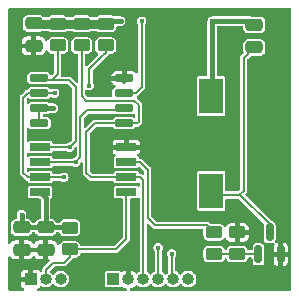
<source format=gbr>
%TF.GenerationSoftware,KiCad,Pcbnew,7.0.10*%
%TF.CreationDate,2026-02-12T12:37:37+08:00*%
%TF.ProjectId,NeepNeep-DAC-V2,4e656570-4e65-4657-902d-4441432d5632,V2*%
%TF.SameCoordinates,Original*%
%TF.FileFunction,Copper,L1,Top*%
%TF.FilePolarity,Positive*%
%FSLAX46Y46*%
G04 Gerber Fmt 4.6, Leading zero omitted, Abs format (unit mm)*
G04 Created by KiCad (PCBNEW 7.0.10) date 2026-02-12 12:37:37*
%MOMM*%
%LPD*%
G01*
G04 APERTURE LIST*
G04 Aperture macros list*
%AMRoundRect*
0 Rectangle with rounded corners*
0 $1 Rounding radius*
0 $2 $3 $4 $5 $6 $7 $8 $9 X,Y pos of 4 corners*
0 Add a 4 corners polygon primitive as box body*
4,1,4,$2,$3,$4,$5,$6,$7,$8,$9,$2,$3,0*
0 Add four circle primitives for the rounded corners*
1,1,$1+$1,$2,$3*
1,1,$1+$1,$4,$5*
1,1,$1+$1,$6,$7*
1,1,$1+$1,$8,$9*
0 Add four rect primitives between the rounded corners*
20,1,$1+$1,$2,$3,$4,$5,0*
20,1,$1+$1,$4,$5,$6,$7,0*
20,1,$1+$1,$6,$7,$8,$9,0*
20,1,$1+$1,$8,$9,$2,$3,0*%
G04 Aperture macros list end*
%TA.AperFunction,ComponentPad*%
%ADD10R,1.000000X1.000000*%
%TD*%
%TA.AperFunction,ComponentPad*%
%ADD11O,1.000000X1.000000*%
%TD*%
%TA.AperFunction,SMDPad,CuDef*%
%ADD12RoundRect,0.250000X-0.475000X0.250000X-0.475000X-0.250000X0.475000X-0.250000X0.475000X0.250000X0*%
%TD*%
%TA.AperFunction,SMDPad,CuDef*%
%ADD13RoundRect,0.250000X-0.450000X0.262500X-0.450000X-0.262500X0.450000X-0.262500X0.450000X0.262500X0*%
%TD*%
%TA.AperFunction,SMDPad,CuDef*%
%ADD14R,2.000000X3.000000*%
%TD*%
%TA.AperFunction,SMDPad,CuDef*%
%ADD15RoundRect,0.150000X0.150000X-0.587500X0.150000X0.587500X-0.150000X0.587500X-0.150000X-0.587500X0*%
%TD*%
%TA.AperFunction,SMDPad,CuDef*%
%ADD16RoundRect,0.150000X0.650000X0.150000X-0.650000X0.150000X-0.650000X-0.150000X0.650000X-0.150000X0*%
%TD*%
%TA.AperFunction,SMDPad,CuDef*%
%ADD17R,1.700000X0.650000*%
%TD*%
%TA.AperFunction,ViaPad*%
%ADD18C,0.400000*%
%TD*%
%TA.AperFunction,Conductor*%
%ADD19C,0.200000*%
%TD*%
%TA.AperFunction,Conductor*%
%ADD20C,0.400000*%
%TD*%
%TA.AperFunction,Conductor*%
%ADD21C,0.500000*%
%TD*%
%TA.AperFunction,Conductor*%
%ADD22C,0.800000*%
%TD*%
G04 APERTURE END LIST*
D10*
%TO.P,J1,1,Pin_1*%
%TO.N,3.3v*%
X-3099000Y-10998000D03*
D11*
%TO.P,J1,2,Pin_2*%
%TO.N,GND*%
X-1829000Y-10998000D03*
%TO.P,J1,3,Pin_3*%
%TO.N,PB3*%
X-559000Y-10998000D03*
%TO.P,J1,4,Pin_4*%
%TO.N,PB1{slash}MISO*%
X711000Y-10998000D03*
%TO.P,J1,5,Pin_5*%
%TO.N,PB0{slash}MOSI*%
X1981000Y-10998000D03*
%TO.P,J1,6,Pin_6*%
%TO.N,PB2{slash}SCK*%
X3251000Y-10998000D03*
%TD*%
D10*
%TO.P,J2,1,Pin_1*%
%TO.N,GND*%
X-10084000Y-10998000D03*
D11*
%TO.P,J2,2,Pin_2*%
%TO.N,PB5{slash}RESET*%
X-8814000Y-10998000D03*
%TO.P,J2,3,Pin_3*%
%TO.N,3.3v*%
X-7544000Y-10998000D03*
%TD*%
D12*
%TO.P,C1,1*%
%TO.N,3.3v*%
X-8814000Y-6619000D03*
%TO.P,C1,2*%
%TO.N,GND*%
X-8814000Y-8519000D03*
%TD*%
D13*
%TO.P,R4,1*%
%TO.N,GND*%
X7400000Y-7037500D03*
%TO.P,R4,2*%
%TO.N,Net-(Q1-G)*%
X7400000Y-8862500D03*
%TD*%
D14*
%TO.P,BUZZER1,1,+*%
%TO.N,3.3v*%
X5200000Y4500000D03*
%TO.P,BUZZER1,2,-*%
%TO.N,Net-(BUZZER1--)*%
X5200000Y-3500000D03*
%TD*%
D15*
%TO.P,Q1,1,G*%
%TO.N,Net-(Q1-G)*%
X9200000Y-8887500D03*
%TO.P,Q1,2,S*%
%TO.N,GND*%
X11100000Y-8887500D03*
%TO.P,Q1,3,D*%
%TO.N,Net-(BUZZER1--)*%
X10150000Y-7012500D03*
%TD*%
D13*
%TO.P,R6,1*%
%TO.N,3.3v*%
X-6782000Y-6656500D03*
%TO.P,R6,2*%
%TO.N,PB5{slash}RESET*%
X-6782000Y-8481500D03*
%TD*%
%TO.P,R3,1*%
%TO.N,3.3v*%
X-3734000Y10615500D03*
%TO.P,R3,2*%
%TO.N,PB2{slash}SCK*%
X-3734000Y8790500D03*
%TD*%
D16*
%TO.P,U2,1,~{CS}*%
%TO.N,PB3*%
X-2166000Y2210000D03*
%TO.P,U2,2,DO(IO1)*%
%TO.N,PB1{slash}MISO*%
X-2166000Y3480000D03*
%TO.P,U2,3,IO2*%
%TO.N,3.3v*%
X-2166000Y4750000D03*
%TO.P,U2,4,GND*%
%TO.N,GND*%
X-2166000Y6020000D03*
%TO.P,U2,5,DI(IO0)*%
%TO.N,PB0{slash}MOSI*%
X-9366000Y6020000D03*
%TO.P,U2,6,CLK*%
%TO.N,PB2{slash}SCK*%
X-9366000Y4750000D03*
%TO.P,U2,7,IO3*%
%TO.N,3.3v*%
X-9366000Y3480000D03*
%TO.P,U2,8,VCC*%
X-9366000Y2210000D03*
%TD*%
D13*
%TO.P,R2,1*%
%TO.N,3.3v*%
X-7798000Y10615500D03*
%TO.P,R2,2*%
%TO.N,PB0{slash}MOSI*%
X-7798000Y8790500D03*
%TD*%
D17*
%TO.P,U3,1,~{RESET}/PB5*%
%TO.N,PB5{slash}RESET*%
X-1989000Y-3632000D03*
%TO.P,U3,2,XTAL1/PB3*%
%TO.N,PB3*%
X-1989000Y-2362000D03*
%TO.P,U3,3,XTAL2/PB4*%
%TO.N,PB4*%
X-1989000Y-1092000D03*
%TO.P,U3,4,GND*%
%TO.N,GND*%
X-1989000Y178000D03*
%TO.P,U3,5,AREF/PB0*%
%TO.N,PB0{slash}MOSI*%
X-9289000Y178000D03*
%TO.P,U3,6,PB1*%
%TO.N,PB1{slash}MISO*%
X-9289000Y-1092000D03*
%TO.P,U3,7,PB2*%
%TO.N,PB2{slash}SCK*%
X-9289000Y-2362000D03*
%TO.P,U3,8,VCC*%
%TO.N,3.3v*%
X-9289000Y-3632000D03*
%TD*%
D12*
%TO.P,C3,2*%
%TO.N,Net-(BUZZER1--)*%
X8839000Y8626000D03*
%TO.P,C3,1*%
%TO.N,3.3v*%
X8839000Y10526000D03*
%TD*%
D13*
%TO.P,R1,2*%
%TO.N,PB3*%
X-5766000Y8790500D03*
%TO.P,R1,1*%
%TO.N,3.3v*%
X-5766000Y10615500D03*
%TD*%
D12*
%TO.P,C4,1*%
%TO.N,3.3v*%
X-9830000Y10653000D03*
%TO.P,C4,2*%
%TO.N,GND*%
X-9830000Y8753000D03*
%TD*%
%TO.P,C2,2*%
%TO.N,GND*%
X-10846000Y-8519000D03*
%TO.P,C2,1*%
%TO.N,3.3v*%
X-10846000Y-6619000D03*
%TD*%
D13*
%TO.P,R7,1*%
%TO.N,PB4*%
X5450000Y-7037500D03*
%TO.P,R7,2*%
%TO.N,Net-(Q1-G)*%
X5450000Y-8862500D03*
%TD*%
D18*
%TO.N,GND*%
X-7671000Y-457000D03*
X-5131000Y2591000D03*
X10998000Y-11633000D03*
X11600000Y-10998000D03*
X10871000Y11481000D03*
X8585000Y559000D03*
X-7671000Y1956000D03*
%TO.N,3.3v*%
X-686000Y10850000D03*
%TO.N,PB1{slash}MISO*%
X-6274000Y-1092000D03*
X711000Y-8331000D03*
%TO.N,PB2{slash}SCK*%
X-8052000Y4750000D03*
X-5131000Y5385000D03*
%TO.N,PB0{slash}MOSI*%
X-6782000Y178000D03*
X1854000Y-8839000D03*
%TO.N,3.3v*%
X-8179000Y3480000D03*
X-10850000Y-5537000D03*
%TO.N,GND*%
X-11200000Y10350000D03*
X11506000Y10719000D03*
X1100000Y-2800000D03*
X11600000Y-11633000D03*
X6299000Y7036000D03*
X2050000Y8850000D03*
X2489000Y2591000D03*
X-11200000Y11400000D03*
X11506000Y11481000D03*
%TO.N,3.3v*%
X-2464000Y10850000D03*
X5283000Y10846000D03*
%TO.N,PB2{slash}SCK*%
X-7282000Y-2362000D03*
%TD*%
D19*
%TO.N,Net-(BUZZER1--)*%
X7950000Y-3505000D02*
X7580000Y-3875000D01*
X7580000Y-3875000D02*
X6807000Y-3875000D01*
X8839000Y8626000D02*
X7950000Y7737000D01*
X7950000Y7737000D02*
X7950000Y-3505000D01*
D20*
%TO.N,3.3v*%
X8515000Y10850000D02*
X8839000Y10526000D01*
X5200000Y4500000D02*
X5283000Y4583000D01*
X5283000Y4583000D02*
X5283000Y10850000D01*
X5283000Y10850000D02*
X8515000Y10850000D01*
D19*
%TO.N,PB2{slash}SCK*%
X-10338000Y4750000D02*
X-9366000Y4750000D01*
X-10719000Y4369000D02*
X-10338000Y4750000D01*
X-10719000Y-1981000D02*
X-10719000Y4369000D01*
X-9289000Y-2362000D02*
X-10338000Y-2362000D01*
X-10338000Y-2362000D02*
X-10719000Y-1981000D01*
%TO.N,PB3*%
X-559000Y-2616000D02*
X-559000Y-10998000D01*
X-813000Y-2362000D02*
X-559000Y-2616000D01*
X-1989000Y-2362000D02*
X-813000Y-2362000D01*
%TO.N,PB4*%
X4850000Y-6437500D02*
X5450000Y-7037500D01*
X-159000Y-5810000D02*
X468500Y-6437500D01*
X-159000Y-1746000D02*
X-159000Y-5810000D01*
X-813000Y-1092000D02*
X-159000Y-1746000D01*
X-1989000Y-1092000D02*
X-813000Y-1092000D01*
X468500Y-6437500D02*
X4850000Y-6437500D01*
%TO.N,PB3*%
X-5385000Y1448000D02*
X-4623000Y2210000D01*
X-5385000Y-1981000D02*
X-5385000Y1448000D01*
X-5004000Y-2362000D02*
X-5385000Y-1981000D01*
X-1989000Y-2362000D02*
X-5004000Y-2362000D01*
X-4623000Y2210000D02*
X-2166000Y2210000D01*
%TO.N,Net-(Q1-G)*%
X7400000Y-8862500D02*
X5450000Y-8862500D01*
X9200000Y-8887500D02*
X9175000Y-8862500D01*
X9175000Y-8862500D02*
X7400000Y-8862500D01*
%TO.N,Net-(BUZZER1--)*%
X10150000Y-7012500D02*
X10150000Y-6350000D01*
X10150000Y-6350000D02*
X7675000Y-3875000D01*
X7675000Y-3875000D02*
X6807000Y-3875000D01*
%TO.N,PB2{slash}SCK*%
X-7282000Y-2362000D02*
X-9289000Y-2362000D01*
%TO.N,PB1{slash}MISO*%
X-6274000Y-1092000D02*
X-9289000Y-1092000D01*
X-2352250Y3293750D02*
X-2166000Y3480000D01*
X-5317250Y3293750D02*
X-2352250Y3293750D01*
X-6274000Y-1092000D02*
X-5874000Y-692000D01*
X-5874000Y2737000D02*
X-5317250Y3293750D01*
X-5874000Y-692000D02*
X-5874000Y2737000D01*
%TO.N,PB0{slash}MOSI*%
X-6849750Y5833750D02*
X-8306000Y5833750D01*
X-6274000Y5258000D02*
X-6849750Y5833750D01*
X-6274000Y686000D02*
X-6274000Y5258000D01*
X-6782000Y178000D02*
X-9289000Y178000D01*
X-6782000Y178000D02*
X-6274000Y686000D01*
%TO.N,PB3*%
X-940000Y2337000D02*
X-1067000Y2210000D01*
X-940000Y3734000D02*
X-940000Y2337000D01*
X-1321000Y4115000D02*
X-940000Y3734000D01*
X-1067000Y2210000D02*
X-2166000Y2210000D01*
X-5766000Y4496000D02*
X-5385000Y4115000D01*
X-5385000Y4115000D02*
X-1321000Y4115000D01*
%TO.N,PB2{slash}SCK*%
X-8052000Y4750000D02*
X-9366000Y4750000D01*
D20*
%TO.N,3.3v*%
X-8179000Y3480000D02*
X-9366000Y3480000D01*
D19*
%TO.N,PB2{slash}SCK*%
X-9382250Y4733750D02*
X-9366000Y4750000D01*
%TO.N,PB0{slash}MOSI*%
X-8306000Y5833750D02*
X-9179750Y5833750D01*
%TO.N,3.3v*%
X-686000Y5258000D02*
X-686000Y10850000D01*
%TO.N,PB0{slash}MOSI*%
X-9179750Y5833750D02*
X-9366000Y6020000D01*
%TO.N,3.3v*%
X-1194000Y4750000D02*
X-686000Y5258000D01*
D21*
%TO.N,GND*%
X-2216250Y5800000D02*
X-2216250Y5969750D01*
D19*
%TO.N,3.3v*%
X-2166000Y4750000D02*
X-1194000Y4750000D01*
X-9366000Y2210000D02*
X-9366000Y3480000D01*
D21*
%TO.N,GND*%
X-2216250Y5969750D02*
X-2166000Y6020000D01*
D20*
%TO.N,3.3v*%
X-8814000Y-4107000D02*
X-9289000Y-3632000D01*
X-8814000Y-6619000D02*
X-8814000Y-4107000D01*
D19*
%TO.N,PB5{slash}RESET*%
X-2868500Y-8481500D02*
X-6782000Y-8481500D01*
X-1989000Y-7602000D02*
X-2868500Y-8481500D01*
X-1989000Y-3632000D02*
X-1989000Y-7602000D01*
%TO.N,PB3*%
X-5766000Y8790500D02*
X-5766000Y4496000D01*
%TO.N,PB0{slash}MOSI*%
X-7798000Y6341750D02*
X-8306000Y5833750D01*
X-7798000Y8790500D02*
X-7798000Y6341750D01*
%TO.N,PB5{slash}RESET*%
X-8814000Y-10236000D02*
X-8814000Y-10998000D01*
X-8179000Y-9601000D02*
X-8814000Y-10236000D01*
X-7417000Y-9601000D02*
X-8179000Y-9601000D01*
X-7417000Y-9601000D02*
X-7290000Y-9601000D01*
%TO.N,PB1{slash}MISO*%
X711000Y-10998000D02*
X711000Y-8331000D01*
%TO.N,PB2{slash}SCK*%
X-5131000Y6782000D02*
X-5131000Y5385000D01*
X-3924500Y7988500D02*
X-3734000Y8179000D01*
X-3924500Y7988500D02*
X-5131000Y6782000D01*
X-5131000Y5385000D02*
X-5131000Y5512000D01*
%TO.N,3.3v*%
X-9792500Y10615500D02*
X-9830000Y10653000D01*
D22*
X-7798000Y10615500D02*
X-9792500Y10615500D01*
X-5766000Y10615500D02*
X-7798000Y10615500D01*
X-3734000Y10615500D02*
X-5766000Y10615500D01*
D20*
X-3499500Y10850000D02*
X-3734000Y10615500D01*
X-2464000Y10850000D02*
X-3499500Y10850000D01*
X-5647000Y10615500D02*
X-5766000Y10615500D01*
X-5412500Y10850000D02*
X-5647000Y10615500D01*
D19*
X-5863000Y10712500D02*
X-5766000Y10615500D01*
X-7798000Y10615500D02*
X-7701000Y10712500D01*
%TO.N,PB2{slash}SCK*%
X-3734000Y8179000D02*
X-3734000Y8790500D01*
%TO.N,PB0{slash}MOSI*%
X1854000Y-11125000D02*
X1854000Y-8839000D01*
X1981000Y-10998000D02*
X1854000Y-11125000D01*
D20*
%TO.N,3.3v*%
X-10846000Y-6619000D02*
X-10846000Y-5541000D01*
X-10846000Y-5541000D02*
X-10850000Y-5537000D01*
X-8814000Y-6619000D02*
X-10846000Y-6619000D01*
X-6819500Y-6619000D02*
X-6782000Y-6656500D01*
X-8814000Y-6619000D02*
X-6819500Y-6619000D01*
D19*
%TO.N,PB5{slash}RESET*%
X-7290000Y-9601000D02*
X-6782000Y-9093000D01*
X-6782000Y-9093000D02*
X-6782000Y-8481500D01*
%TO.N,Net-(BUZZER1--)*%
X5000000Y-3875000D02*
X6807000Y-3875000D01*
%TD*%
%TA.AperFunction,Conductor*%
%TO.N,GND*%
G36*
X11933691Y11955593D02*
G01*
X11969655Y11906093D01*
X11974500Y11875500D01*
X11974500Y-11875500D01*
X11955593Y-11933691D01*
X11906093Y-11969655D01*
X11875500Y-11974500D01*
X-1614811Y-11974500D01*
X-1673002Y-11955593D01*
X-1708966Y-11906093D01*
X-1708966Y-11844907D01*
X-1673002Y-11795407D01*
X-1647509Y-11782056D01*
X-1479698Y-11723336D01*
X-1327056Y-11627425D01*
X-1195646Y-11496016D01*
X-1193908Y-11497754D01*
X-1151165Y-11469494D01*
X-1090039Y-11472192D01*
X-1059106Y-11490803D01*
X-959852Y-11578734D01*
X-809225Y-11657790D01*
X-644056Y-11698500D01*
X-644053Y-11698500D01*
X-473947Y-11698500D01*
X-473944Y-11698500D01*
X-308775Y-11657790D01*
X-158148Y-11578734D01*
X-30817Y-11465929D01*
X-5475Y-11429214D01*
X43141Y-11392065D01*
X104308Y-11390587D01*
X154663Y-11425344D01*
X157475Y-11429215D01*
X182813Y-11465924D01*
X182816Y-11465927D01*
X182817Y-11465929D01*
X310148Y-11578734D01*
X460775Y-11657790D01*
X625944Y-11698500D01*
X625947Y-11698500D01*
X796053Y-11698500D01*
X796056Y-11698500D01*
X961225Y-11657790D01*
X1111852Y-11578734D01*
X1239183Y-11465929D01*
X1264525Y-11429214D01*
X1313141Y-11392065D01*
X1374308Y-11390587D01*
X1424663Y-11425344D01*
X1427475Y-11429215D01*
X1452813Y-11465924D01*
X1452816Y-11465927D01*
X1452817Y-11465929D01*
X1580148Y-11578734D01*
X1730775Y-11657790D01*
X1895944Y-11698500D01*
X1895947Y-11698500D01*
X2066053Y-11698500D01*
X2066056Y-11698500D01*
X2231225Y-11657790D01*
X2381852Y-11578734D01*
X2509183Y-11465929D01*
X2534525Y-11429214D01*
X2583141Y-11392065D01*
X2644308Y-11390587D01*
X2694663Y-11425344D01*
X2697475Y-11429215D01*
X2722813Y-11465924D01*
X2722816Y-11465927D01*
X2722817Y-11465929D01*
X2850148Y-11578734D01*
X3000775Y-11657790D01*
X3165944Y-11698500D01*
X3165947Y-11698500D01*
X3336053Y-11698500D01*
X3336056Y-11698500D01*
X3501225Y-11657790D01*
X3651852Y-11578734D01*
X3779183Y-11465929D01*
X3875818Y-11325930D01*
X3936140Y-11166872D01*
X3956645Y-10998000D01*
X3936140Y-10829128D01*
X3875818Y-10670070D01*
X3779183Y-10530071D01*
X3778686Y-10529631D01*
X3678499Y-10440873D01*
X3651852Y-10417266D01*
X3501225Y-10338210D01*
X3501224Y-10338209D01*
X3501223Y-10338209D01*
X3336058Y-10297500D01*
X3336056Y-10297500D01*
X3165944Y-10297500D01*
X3165941Y-10297500D01*
X3000776Y-10338209D01*
X2850146Y-10417267D01*
X2722818Y-10530069D01*
X2722816Y-10530072D01*
X2697475Y-10566785D01*
X2648858Y-10603934D01*
X2587690Y-10605412D01*
X2537336Y-10570654D01*
X2534525Y-10566785D01*
X2534524Y-10566784D01*
X2509183Y-10530071D01*
X2508686Y-10529631D01*
X2408499Y-10440873D01*
X2381852Y-10417266D01*
X2231225Y-10338210D01*
X2231224Y-10338209D01*
X2231223Y-10338209D01*
X2229802Y-10337859D01*
X2229021Y-10337374D01*
X2225625Y-10336086D01*
X2225877Y-10335420D01*
X2177829Y-10305572D01*
X2154760Y-10248902D01*
X2154500Y-10241737D01*
X2154500Y-9179274D01*
X4549500Y-9179274D01*
X4552353Y-9209694D01*
X4552355Y-9209703D01*
X4597207Y-9337883D01*
X4677845Y-9447144D01*
X4677847Y-9447146D01*
X4677850Y-9447150D01*
X4677853Y-9447152D01*
X4677855Y-9447154D01*
X4787116Y-9527792D01*
X4787117Y-9527792D01*
X4787118Y-9527793D01*
X4915301Y-9572646D01*
X4945725Y-9575499D01*
X4945727Y-9575500D01*
X4945734Y-9575500D01*
X5954273Y-9575500D01*
X5954273Y-9575499D01*
X5984699Y-9572646D01*
X6112882Y-9527793D01*
X6222150Y-9447150D01*
X6302793Y-9337882D01*
X6331556Y-9255682D01*
X6368621Y-9207002D01*
X6427221Y-9189405D01*
X6484973Y-9209613D01*
X6518444Y-9255682D01*
X6547207Y-9337883D01*
X6627845Y-9447144D01*
X6627847Y-9447146D01*
X6627850Y-9447150D01*
X6627853Y-9447152D01*
X6627855Y-9447154D01*
X6737116Y-9527792D01*
X6737117Y-9527792D01*
X6737118Y-9527793D01*
X6865301Y-9572646D01*
X6895725Y-9575499D01*
X6895727Y-9575500D01*
X6895734Y-9575500D01*
X7904273Y-9575500D01*
X7904273Y-9575499D01*
X7934699Y-9572646D01*
X8062882Y-9527793D01*
X8172150Y-9447150D01*
X8252793Y-9337882D01*
X8284898Y-9246131D01*
X8290787Y-9229302D01*
X8327852Y-9180622D01*
X8384231Y-9163000D01*
X8600500Y-9163000D01*
X8658691Y-9181907D01*
X8694655Y-9231407D01*
X8699500Y-9262000D01*
X8699500Y-9508260D01*
X8702553Y-9529211D01*
X8709427Y-9576395D01*
X8760801Y-9681481D01*
X8760802Y-9681483D01*
X8843517Y-9764198D01*
X8897285Y-9790483D01*
X8948604Y-9815572D01*
X8948605Y-9815572D01*
X8948607Y-9815573D01*
X9016740Y-9825500D01*
X9016743Y-9825500D01*
X9383257Y-9825500D01*
X9383260Y-9825500D01*
X9451393Y-9815573D01*
X9556483Y-9764198D01*
X9639198Y-9681483D01*
X9690573Y-9576393D01*
X9697449Y-9529203D01*
X10500001Y-9529203D01*
X10502850Y-9559600D01*
X10502850Y-9559602D01*
X10547654Y-9687647D01*
X10628207Y-9796790D01*
X10628209Y-9796792D01*
X10737352Y-9877345D01*
X10865395Y-9922148D01*
X10895807Y-9925000D01*
X10899999Y-9924999D01*
X10900000Y-9924999D01*
X10900000Y-9924998D01*
X11300000Y-9924998D01*
X11300001Y-9924999D01*
X11304203Y-9924999D01*
X11334600Y-9922149D01*
X11334602Y-9922149D01*
X11462647Y-9877345D01*
X11571790Y-9796792D01*
X11571792Y-9796790D01*
X11652345Y-9687647D01*
X11697149Y-9559601D01*
X11699999Y-9529211D01*
X11700000Y-9529210D01*
X11700000Y-9087501D01*
X11699999Y-9087500D01*
X11300001Y-9087500D01*
X11300000Y-9087501D01*
X11300000Y-9924998D01*
X10900000Y-9924998D01*
X10900000Y-9087501D01*
X10899999Y-9087500D01*
X10500002Y-9087500D01*
X10500001Y-9087501D01*
X10500001Y-9529203D01*
X9697449Y-9529203D01*
X9700500Y-9508260D01*
X9700500Y-8266740D01*
X9690573Y-8198607D01*
X9639198Y-8093517D01*
X9556483Y-8010802D01*
X9540716Y-8003094D01*
X9451395Y-7959427D01*
X9424139Y-7955456D01*
X9383260Y-7949500D01*
X9016740Y-7949500D01*
X8982673Y-7954463D01*
X8948604Y-7959427D01*
X8843518Y-8010801D01*
X8760801Y-8093518D01*
X8709427Y-8198604D01*
X8699500Y-8266743D01*
X8699500Y-8463000D01*
X8680593Y-8521191D01*
X8631093Y-8557155D01*
X8600500Y-8562000D01*
X8384231Y-8562000D01*
X8326040Y-8543093D01*
X8290787Y-8495698D01*
X8270064Y-8436477D01*
X8252793Y-8387118D01*
X8211376Y-8331000D01*
X8172154Y-8277855D01*
X8172152Y-8277853D01*
X8172150Y-8277850D01*
X8172146Y-8277847D01*
X8172144Y-8277845D01*
X8062883Y-8197207D01*
X7934703Y-8152355D01*
X7934694Y-8152353D01*
X7904274Y-8149500D01*
X7904266Y-8149500D01*
X6895734Y-8149500D01*
X6895725Y-8149500D01*
X6865305Y-8152353D01*
X6865296Y-8152355D01*
X6737116Y-8197207D01*
X6627855Y-8277845D01*
X6627845Y-8277855D01*
X6547207Y-8387116D01*
X6518444Y-8469317D01*
X6481379Y-8517997D01*
X6422778Y-8535594D01*
X6365027Y-8515386D01*
X6331556Y-8469317D01*
X6302792Y-8387116D01*
X6222154Y-8277855D01*
X6222152Y-8277853D01*
X6222150Y-8277850D01*
X6222146Y-8277847D01*
X6222144Y-8277845D01*
X6112883Y-8197207D01*
X5984703Y-8152355D01*
X5984694Y-8152353D01*
X5954274Y-8149500D01*
X5954266Y-8149500D01*
X4945734Y-8149500D01*
X4945725Y-8149500D01*
X4915305Y-8152353D01*
X4915296Y-8152355D01*
X4787116Y-8197207D01*
X4677855Y-8277845D01*
X4677845Y-8277855D01*
X4597207Y-8387116D01*
X4552355Y-8515296D01*
X4552353Y-8515305D01*
X4549500Y-8545725D01*
X4549500Y-9179274D01*
X2154500Y-9179274D01*
X2154500Y-9145899D01*
X2173407Y-9087708D01*
X2180850Y-9078992D01*
X2182043Y-9077348D01*
X2182050Y-9077342D01*
X2239646Y-8964304D01*
X2259492Y-8839000D01*
X2257860Y-8828699D01*
X2250824Y-8784273D01*
X2239646Y-8713696D01*
X2182050Y-8600658D01*
X2092342Y-8510950D01*
X2088406Y-8508944D01*
X1979307Y-8453355D01*
X1979304Y-8453354D01*
X1854000Y-8433508D01*
X1728696Y-8453354D01*
X1728692Y-8453355D01*
X1615659Y-8510949D01*
X1525949Y-8600659D01*
X1468355Y-8713692D01*
X1468354Y-8713696D01*
X1450140Y-8828699D01*
X1448508Y-8839000D01*
X1467178Y-8956882D01*
X1468354Y-8964303D01*
X1468355Y-8964307D01*
X1495566Y-9017710D01*
X1525950Y-9077342D01*
X1525952Y-9077344D01*
X1530531Y-9083647D01*
X1529014Y-9084748D01*
X1552281Y-9130412D01*
X1553500Y-9145899D01*
X1553500Y-10396317D01*
X1534593Y-10454508D01*
X1520149Y-10470419D01*
X1452817Y-10530069D01*
X1452813Y-10530074D01*
X1427473Y-10566785D01*
X1378856Y-10603934D01*
X1317688Y-10605411D01*
X1267335Y-10570652D01*
X1264524Y-10566784D01*
X1239183Y-10530071D01*
X1238686Y-10529631D01*
X1111852Y-10417266D01*
X1111848Y-10417263D01*
X1064491Y-10392407D01*
X1021753Y-10348622D01*
X1011500Y-10304748D01*
X1011500Y-8637899D01*
X1030407Y-8579708D01*
X1037850Y-8570992D01*
X1039043Y-8569348D01*
X1039050Y-8569342D01*
X1096646Y-8456304D01*
X1116492Y-8331000D01*
X1096646Y-8205696D01*
X1039050Y-8092658D01*
X949342Y-8002950D01*
X915986Y-7985954D01*
X836307Y-7945355D01*
X836304Y-7945354D01*
X711000Y-7925508D01*
X585696Y-7945354D01*
X585692Y-7945355D01*
X472659Y-8002949D01*
X382949Y-8092659D01*
X325355Y-8205692D01*
X325354Y-8205696D01*
X305508Y-8330999D01*
X305508Y-8331000D01*
X325354Y-8456303D01*
X325355Y-8456307D01*
X331984Y-8469317D01*
X382950Y-8569342D01*
X382952Y-8569344D01*
X387531Y-8575647D01*
X386014Y-8576748D01*
X409281Y-8622412D01*
X410500Y-8637899D01*
X410500Y-10304748D01*
X391593Y-10362939D01*
X357509Y-10392407D01*
X310151Y-10417263D01*
X310147Y-10417266D01*
X182818Y-10530069D01*
X182816Y-10530072D01*
X157475Y-10566785D01*
X108858Y-10603934D01*
X47690Y-10605412D01*
X-2664Y-10570654D01*
X-5475Y-10566785D01*
X-5476Y-10566784D01*
X-30817Y-10530071D01*
X-31314Y-10529631D01*
X-158148Y-10417266D01*
X-158152Y-10417263D01*
X-205509Y-10392407D01*
X-248247Y-10348622D01*
X-258500Y-10304748D01*
X-258500Y-6374479D01*
X-239593Y-6316288D01*
X-190093Y-6280324D01*
X-128907Y-6280324D01*
X-89496Y-6304475D01*
X209936Y-6603907D01*
X218037Y-6615147D01*
X219016Y-6614409D01*
X224544Y-6621730D01*
X259224Y-6653345D01*
X262532Y-6656503D01*
X275703Y-6669674D01*
X275795Y-6669737D01*
X286542Y-6678250D01*
X307564Y-6697414D01*
X307565Y-6697414D01*
X307567Y-6697416D01*
X316730Y-6700966D01*
X336916Y-6711605D01*
X345019Y-6717156D01*
X372715Y-6723670D01*
X385793Y-6727720D01*
X412327Y-6738000D01*
X422152Y-6738000D01*
X444816Y-6740629D01*
X454381Y-6742879D01*
X479458Y-6739380D01*
X482554Y-6738949D01*
X496231Y-6738000D01*
X4450500Y-6738000D01*
X4508691Y-6756907D01*
X4544655Y-6806407D01*
X4549500Y-6837000D01*
X4549500Y-7354274D01*
X4552353Y-7384694D01*
X4552355Y-7384703D01*
X4597207Y-7512883D01*
X4677845Y-7622144D01*
X4677847Y-7622146D01*
X4677850Y-7622150D01*
X4677853Y-7622152D01*
X4677855Y-7622154D01*
X4787116Y-7702792D01*
X4787117Y-7702792D01*
X4787118Y-7702793D01*
X4915301Y-7747646D01*
X4945725Y-7750499D01*
X4945727Y-7750500D01*
X4945734Y-7750500D01*
X5954273Y-7750500D01*
X5954273Y-7750499D01*
X5984699Y-7747646D01*
X6112882Y-7702793D01*
X6222150Y-7622150D01*
X6287831Y-7533153D01*
X6337598Y-7497561D01*
X6398781Y-7498019D01*
X6448011Y-7534351D01*
X6459583Y-7555622D01*
X6466078Y-7572093D01*
X6557435Y-7692564D01*
X6677904Y-7783919D01*
X6818556Y-7839386D01*
X6906935Y-7849999D01*
X6906942Y-7850000D01*
X7199999Y-7850000D01*
X7200000Y-7849999D01*
X7600000Y-7849999D01*
X7600001Y-7850000D01*
X7893058Y-7850000D01*
X7893064Y-7849999D01*
X7981443Y-7839386D01*
X8122095Y-7783919D01*
X8242564Y-7692564D01*
X8333919Y-7572095D01*
X8389386Y-7431443D01*
X8399999Y-7343064D01*
X8400000Y-7343058D01*
X8400000Y-7237501D01*
X8399999Y-7237500D01*
X7600001Y-7237500D01*
X7600000Y-7237501D01*
X7600000Y-7849999D01*
X7200000Y-7849999D01*
X7200000Y-6837499D01*
X7600000Y-6837499D01*
X7600001Y-6837500D01*
X8399999Y-6837500D01*
X8400000Y-6837499D01*
X8400000Y-6731941D01*
X8399999Y-6731935D01*
X8389386Y-6643556D01*
X8333919Y-6502904D01*
X8242564Y-6382435D01*
X8122095Y-6291080D01*
X7981443Y-6235613D01*
X7893064Y-6225000D01*
X7600001Y-6225000D01*
X7600000Y-6225001D01*
X7600000Y-6837499D01*
X7200000Y-6837499D01*
X7200000Y-6225001D01*
X7199999Y-6225000D01*
X6906935Y-6225000D01*
X6818556Y-6235613D01*
X6677904Y-6291080D01*
X6557435Y-6382435D01*
X6466079Y-6502905D01*
X6459583Y-6519378D01*
X6420645Y-6566574D01*
X6361402Y-6581870D01*
X6304483Y-6559422D01*
X6287831Y-6541845D01*
X6222153Y-6452854D01*
X6222152Y-6452853D01*
X6222150Y-6452850D01*
X6222146Y-6452847D01*
X6222144Y-6452845D01*
X6112883Y-6372207D01*
X5984703Y-6327355D01*
X5984694Y-6327353D01*
X5954274Y-6324500D01*
X5954266Y-6324500D01*
X5202979Y-6324500D01*
X5144788Y-6305593D01*
X5132975Y-6295504D01*
X5108565Y-6271094D01*
X5100479Y-6259844D01*
X5099487Y-6260594D01*
X5093958Y-6253272D01*
X5059272Y-6221651D01*
X5055968Y-6218496D01*
X5042800Y-6205328D01*
X5042796Y-6205325D01*
X5042693Y-6205255D01*
X5031962Y-6196755D01*
X5010933Y-6177584D01*
X5001762Y-6174031D01*
X4981586Y-6163395D01*
X4973484Y-6157845D01*
X4973479Y-6157843D01*
X4945797Y-6151332D01*
X4932703Y-6147277D01*
X4906177Y-6137000D01*
X4906173Y-6137000D01*
X4896348Y-6137000D01*
X4873683Y-6134370D01*
X4864119Y-6132121D01*
X4864118Y-6132121D01*
X4835946Y-6136051D01*
X4822269Y-6137000D01*
X633979Y-6137000D01*
X575788Y-6118093D01*
X563975Y-6108004D01*
X170496Y-5714525D01*
X142719Y-5660008D01*
X141500Y-5644521D01*
X141500Y-5019746D01*
X3999500Y-5019746D01*
X3999501Y-5019758D01*
X4011132Y-5078227D01*
X4011134Y-5078233D01*
X4055445Y-5144548D01*
X4055448Y-5144552D01*
X4055451Y-5144554D01*
X4102069Y-5175704D01*
X4121769Y-5188867D01*
X4166231Y-5197711D01*
X4180241Y-5200498D01*
X4180246Y-5200498D01*
X4180252Y-5200500D01*
X4180253Y-5200500D01*
X6219747Y-5200500D01*
X6219748Y-5200500D01*
X6278231Y-5188867D01*
X6344552Y-5144552D01*
X6388867Y-5078231D01*
X6400500Y-5019748D01*
X6400500Y-4274500D01*
X6419407Y-4216309D01*
X6468907Y-4180345D01*
X6499500Y-4175500D01*
X6750827Y-4175500D01*
X7509521Y-4175500D01*
X7567712Y-4194407D01*
X7579525Y-4204496D01*
X9629289Y-6254261D01*
X9657066Y-6308778D01*
X9657251Y-6338537D01*
X9657078Y-6339727D01*
X9649500Y-6391740D01*
X9649500Y-7633260D01*
X9653130Y-7658171D01*
X9659427Y-7701395D01*
X9705089Y-7794797D01*
X9710802Y-7806483D01*
X9793517Y-7889198D01*
X9845989Y-7914850D01*
X9898604Y-7940572D01*
X9898605Y-7940572D01*
X9898607Y-7940573D01*
X9966740Y-7950500D01*
X9966743Y-7950500D01*
X10333257Y-7950500D01*
X10333260Y-7950500D01*
X10401393Y-7940573D01*
X10436476Y-7923421D01*
X10497057Y-7914850D01*
X10551107Y-7943524D01*
X10577981Y-7998492D01*
X10567412Y-8058758D01*
X10559613Y-8071149D01*
X10547655Y-8087351D01*
X10502850Y-8215398D01*
X10500000Y-8245788D01*
X10500000Y-8687499D01*
X10500001Y-8687500D01*
X10899999Y-8687500D01*
X10900000Y-8687499D01*
X11300000Y-8687499D01*
X11300001Y-8687500D01*
X11699998Y-8687500D01*
X11699999Y-8687499D01*
X11699999Y-8245796D01*
X11697149Y-8215399D01*
X11697149Y-8215397D01*
X11652345Y-8087352D01*
X11571792Y-7978209D01*
X11571790Y-7978207D01*
X11462647Y-7897654D01*
X11334601Y-7852850D01*
X11304211Y-7850000D01*
X11300001Y-7850000D01*
X11300000Y-7850001D01*
X11300000Y-8687499D01*
X10900000Y-8687499D01*
X10900000Y-7850000D01*
X10895806Y-7850001D01*
X10895784Y-7850002D01*
X10865399Y-7852850D01*
X10865397Y-7852850D01*
X10732346Y-7899406D01*
X10671176Y-7900778D01*
X10620882Y-7865933D01*
X10600674Y-7808181D01*
X10610708Y-7762483D01*
X10640573Y-7701393D01*
X10650500Y-7633260D01*
X10650500Y-6391740D01*
X10640573Y-6323607D01*
X10636235Y-6314734D01*
X10606672Y-6254261D01*
X10589198Y-6218517D01*
X10506483Y-6135802D01*
X10503554Y-6134370D01*
X10401395Y-6084427D01*
X10375254Y-6080618D01*
X10333260Y-6074500D01*
X10333257Y-6074500D01*
X10329715Y-6073984D01*
X10329858Y-6073001D01*
X10276930Y-6051457D01*
X10270759Y-6045788D01*
X8123344Y-3898373D01*
X8095567Y-3843856D01*
X8105138Y-3783424D01*
X8128216Y-3755895D01*
X8128045Y-3755740D01*
X8131799Y-3751621D01*
X8133697Y-3749358D01*
X8134220Y-3748961D01*
X8134228Y-3748958D01*
X8165877Y-3714239D01*
X8168995Y-3710974D01*
X8182174Y-3697797D01*
X8182238Y-3697702D01*
X8190753Y-3686953D01*
X8209916Y-3665933D01*
X8213465Y-3656770D01*
X8224106Y-3636582D01*
X8229656Y-3628481D01*
X8236169Y-3600785D01*
X8240220Y-3587706D01*
X8250500Y-3561173D01*
X8250500Y-3551348D01*
X8253129Y-3528683D01*
X8255379Y-3519119D01*
X8251449Y-3490944D01*
X8250500Y-3477268D01*
X8250500Y7571521D01*
X8269407Y7629712D01*
X8279496Y7641525D01*
X8534475Y7896504D01*
X8588992Y7924281D01*
X8604479Y7925500D01*
X9368273Y7925500D01*
X9368273Y7925501D01*
X9398699Y7928354D01*
X9526882Y7973207D01*
X9636150Y8053850D01*
X9716793Y8163118D01*
X9761646Y8291301D01*
X9764499Y8321727D01*
X9764500Y8321727D01*
X9764500Y8930273D01*
X9764499Y8930275D01*
X9761646Y8960695D01*
X9761646Y8960699D01*
X9716793Y9088882D01*
X9703225Y9107266D01*
X9636154Y9198145D01*
X9636152Y9198147D01*
X9636150Y9198150D01*
X9636146Y9198153D01*
X9636144Y9198155D01*
X9526883Y9278793D01*
X9398703Y9323645D01*
X9398694Y9323647D01*
X9368274Y9326500D01*
X9368266Y9326500D01*
X8309734Y9326500D01*
X8309725Y9326500D01*
X8279305Y9323647D01*
X8279296Y9323645D01*
X8151116Y9278793D01*
X8041855Y9198155D01*
X8041845Y9198145D01*
X7961207Y9088884D01*
X7916355Y8960704D01*
X7916353Y8960695D01*
X7913500Y8930275D01*
X7913500Y8321726D01*
X7916353Y8291306D01*
X7916354Y8291299D01*
X7938053Y8229285D01*
X7939425Y8168115D01*
X7914612Y8126585D01*
X7783590Y7995563D01*
X7772361Y7987450D01*
X7773090Y7986485D01*
X7765771Y7980959D01*
X7734141Y7946263D01*
X7730989Y7942962D01*
X7717830Y7929802D01*
X7717818Y7929788D01*
X7717749Y7929686D01*
X7709255Y7918965D01*
X7690083Y7897934D01*
X7690083Y7897933D01*
X7686529Y7888760D01*
X7675896Y7868588D01*
X7670346Y7860485D01*
X7670341Y7860476D01*
X7663830Y7832794D01*
X7659777Y7819704D01*
X7649501Y7793177D01*
X7649500Y7793171D01*
X7649500Y7783349D01*
X7646870Y7760682D01*
X7644621Y7751121D01*
X7648551Y7722947D01*
X7649500Y7709270D01*
X7649500Y-3339521D01*
X7630593Y-3397712D01*
X7620504Y-3409525D01*
X7484525Y-3545504D01*
X7430008Y-3573281D01*
X7414521Y-3574500D01*
X6499500Y-3574500D01*
X6441309Y-3555593D01*
X6405345Y-3506093D01*
X6400500Y-3475500D01*
X6400500Y-1980253D01*
X6400498Y-1980241D01*
X6395777Y-1956508D01*
X6388867Y-1921769D01*
X6344552Y-1855448D01*
X6333605Y-1848133D01*
X6278233Y-1811134D01*
X6278231Y-1811133D01*
X6278228Y-1811132D01*
X6278227Y-1811132D01*
X6219758Y-1799501D01*
X6219748Y-1799500D01*
X4180252Y-1799500D01*
X4180251Y-1799500D01*
X4180241Y-1799501D01*
X4121772Y-1811132D01*
X4121766Y-1811134D01*
X4055451Y-1855445D01*
X4055445Y-1855451D01*
X4011134Y-1921766D01*
X4011132Y-1921772D01*
X3999501Y-1980241D01*
X3999500Y-1980253D01*
X3999500Y-5019746D01*
X141500Y-5019746D01*
X141500Y-1811169D01*
X143731Y-1797496D01*
X142505Y-1797325D01*
X143773Y-1788233D01*
X141606Y-1741358D01*
X141500Y-1736786D01*
X141500Y-1718160D01*
X141500Y-1718156D01*
X141478Y-1718042D01*
X139898Y-1704430D01*
X138585Y-1676009D01*
X134613Y-1667014D01*
X127865Y-1645220D01*
X126061Y-1635567D01*
X111087Y-1611383D01*
X104692Y-1599250D01*
X93207Y-1573236D01*
X86257Y-1566286D01*
X72088Y-1548396D01*
X66920Y-1540049D01*
X66919Y-1540048D01*
X44221Y-1522907D01*
X33879Y-1513908D01*
X-554435Y-925594D01*
X-562521Y-914344D01*
X-563513Y-915094D01*
X-569042Y-907772D01*
X-603728Y-876151D01*
X-607032Y-872996D01*
X-620200Y-859828D01*
X-620204Y-859825D01*
X-620307Y-859755D01*
X-631038Y-851255D01*
X-652067Y-832084D01*
X-661238Y-828531D01*
X-681414Y-817895D01*
X-689516Y-812345D01*
X-689521Y-812343D01*
X-717203Y-805832D01*
X-730297Y-801777D01*
X-756823Y-791500D01*
X-756827Y-791500D01*
X-766652Y-791500D01*
X-789317Y-788870D01*
X-798881Y-786621D01*
X-798882Y-786621D01*
X-827054Y-790551D01*
X-840731Y-791500D01*
X-848451Y-791500D01*
X-906642Y-772593D01*
X-942606Y-723093D01*
X-945548Y-711816D01*
X-949854Y-690173D01*
X-950133Y-688769D01*
X-994448Y-622448D01*
X-1035071Y-595304D01*
X-1072950Y-547254D01*
X-1075352Y-486116D01*
X-1041359Y-435242D01*
X-1020057Y-422424D01*
X-966523Y-398786D01*
X-887214Y-319477D01*
X-841910Y-216872D01*
X-839001Y-191797D01*
X-839000Y-191795D01*
X-839000Y-22001D01*
X-839001Y-22000D01*
X-3138998Y-22000D01*
X-3138999Y-22001D01*
X-3138999Y-191791D01*
X-3136091Y-216874D01*
X-3090787Y-319477D01*
X-3011478Y-398786D01*
X-2957943Y-422424D01*
X-2912348Y-463225D01*
X-2899442Y-523033D01*
X-2924156Y-579006D01*
X-2942929Y-595304D01*
X-2983549Y-622445D01*
X-2983555Y-622451D01*
X-3027866Y-688766D01*
X-3027868Y-688772D01*
X-3039499Y-747241D01*
X-3039500Y-747253D01*
X-3039500Y-1436746D01*
X-3039499Y-1436758D01*
X-3027868Y-1495227D01*
X-3027866Y-1495233D01*
X-2983555Y-1561548D01*
X-2983552Y-1561552D01*
X-2983549Y-1561554D01*
X-2928396Y-1598407D01*
X-2917231Y-1605867D01*
X-2872769Y-1614711D01*
X-2858759Y-1617498D01*
X-2858754Y-1617498D01*
X-2858748Y-1617500D01*
X-2858747Y-1617500D01*
X-1119253Y-1617500D01*
X-1119252Y-1617500D01*
X-1060769Y-1605867D01*
X-994448Y-1561552D01*
X-970933Y-1526358D01*
X-922884Y-1488480D01*
X-861746Y-1486078D01*
X-818614Y-1511357D01*
X-488496Y-1841475D01*
X-460719Y-1895992D01*
X-459500Y-1911479D01*
X-459500Y-2052381D01*
X-478407Y-2110572D01*
X-527907Y-2146536D01*
X-589093Y-2146536D01*
X-615966Y-2131729D01*
X-616432Y-2132410D01*
X-620307Y-2129755D01*
X-631038Y-2121255D01*
X-652067Y-2102084D01*
X-661238Y-2098531D01*
X-681414Y-2087895D01*
X-689516Y-2082345D01*
X-689521Y-2082343D01*
X-717203Y-2075832D01*
X-730297Y-2071777D01*
X-756823Y-2061500D01*
X-756827Y-2061500D01*
X-766652Y-2061500D01*
X-789317Y-2058870D01*
X-798881Y-2056621D01*
X-798882Y-2056621D01*
X-827054Y-2060551D01*
X-840731Y-2061500D01*
X-848451Y-2061500D01*
X-906642Y-2042593D01*
X-942606Y-1993093D01*
X-945548Y-1981816D01*
X-947962Y-1969683D01*
X-950133Y-1958769D01*
X-994448Y-1892448D01*
X-1013502Y-1879716D01*
X-1060767Y-1848134D01*
X-1060769Y-1848133D01*
X-1060772Y-1848132D01*
X-1060773Y-1848132D01*
X-1119242Y-1836501D01*
X-1119252Y-1836500D01*
X-2858748Y-1836500D01*
X-2858749Y-1836500D01*
X-2858759Y-1836501D01*
X-2917228Y-1848132D01*
X-2917234Y-1848134D01*
X-2983549Y-1892445D01*
X-2983555Y-1892451D01*
X-3027866Y-1958766D01*
X-3027868Y-1958772D01*
X-3032452Y-1981816D01*
X-3062350Y-2035200D01*
X-3117915Y-2060814D01*
X-3129549Y-2061500D01*
X-4838520Y-2061500D01*
X-4896711Y-2042593D01*
X-4908524Y-2032504D01*
X-5055504Y-1885524D01*
X-5083281Y-1831007D01*
X-5084500Y-1815520D01*
X-5084500Y378001D01*
X-3139000Y378001D01*
X-3138999Y378000D01*
X-2189001Y378000D01*
X-2189000Y378001D01*
X-1789000Y378001D01*
X-1788999Y378000D01*
X-839002Y378000D01*
X-839001Y378001D01*
X-839001Y547790D01*
X-839002Y547792D01*
X-841910Y572875D01*
X-887214Y675478D01*
X-966523Y754787D01*
X-1069128Y800091D01*
X-1094203Y803000D01*
X-1788999Y803000D01*
X-1789000Y802999D01*
X-1789000Y378001D01*
X-2189000Y378001D01*
X-2189000Y802999D01*
X-2189001Y803000D01*
X-2883790Y803000D01*
X-2883793Y802999D01*
X-2908875Y800091D01*
X-3011478Y754787D01*
X-3090787Y675478D01*
X-3136091Y572873D01*
X-3139000Y547798D01*
X-3139000Y378001D01*
X-5084500Y378001D01*
X-5084500Y1282521D01*
X-5065593Y1340712D01*
X-5055504Y1352525D01*
X-4527525Y1880504D01*
X-4473008Y1908281D01*
X-4457521Y1909500D01*
X-3194365Y1909500D01*
X-3136174Y1890593D01*
X-3110390Y1859892D01*
X-3109965Y1860194D01*
X-3106116Y1854803D01*
X-3105424Y1853980D01*
X-3105198Y1853517D01*
X-3022483Y1770802D01*
X-2968715Y1744517D01*
X-2917396Y1719428D01*
X-2917395Y1719428D01*
X-2917393Y1719427D01*
X-2849260Y1709500D01*
X-2849257Y1709500D01*
X-1482743Y1709500D01*
X-1482740Y1709500D01*
X-1414607Y1719427D01*
X-1309517Y1770802D01*
X-1226802Y1853517D01*
X-1226577Y1853979D01*
X-1226181Y1854388D01*
X-1222035Y1860194D01*
X-1221165Y1859573D01*
X-1184035Y1897953D01*
X-1137635Y1909500D01*
X-1132164Y1909500D01*
X-1118489Y1907268D01*
X-1118317Y1908494D01*
X-1109236Y1907228D01*
X-1109235Y1907227D01*
X-1109235Y1907228D01*
X-1109234Y1907227D01*
X-1062358Y1909394D01*
X-1057786Y1909500D01*
X-1039158Y1909500D01*
X-1039156Y1909500D01*
X-1039052Y1909520D01*
X-1025429Y1911102D01*
X-997008Y1912415D01*
X-988024Y1916383D01*
X-966223Y1923135D01*
X-956567Y1924939D01*
X-932382Y1939914D01*
X-920272Y1946299D01*
X-894235Y1957794D01*
X-887291Y1964740D01*
X-869399Y1978911D01*
X-861048Y1984081D01*
X-843911Y2006777D01*
X-834918Y2017113D01*
X-773595Y2078436D01*
X-762336Y2086507D01*
X-763095Y2087513D01*
X-755779Y2093039D01*
X-755772Y2093042D01*
X-724123Y2127761D01*
X-721005Y2131026D01*
X-707826Y2144203D01*
X-707762Y2144298D01*
X-699247Y2155047D01*
X-680084Y2176067D01*
X-676535Y2185230D01*
X-665894Y2205418D01*
X-660344Y2213519D01*
X-653831Y2241215D01*
X-649780Y2254294D01*
X-639500Y2280827D01*
X-639500Y2290652D01*
X-636871Y2313317D01*
X-634621Y2322881D01*
X-638551Y2351056D01*
X-639500Y2364732D01*
X-639500Y2980254D01*
X3999500Y2980254D01*
X3999501Y2980242D01*
X4011132Y2921773D01*
X4011134Y2921767D01*
X4055445Y2855452D01*
X4055448Y2855448D01*
X4121769Y2811133D01*
X4166231Y2802289D01*
X4180241Y2799502D01*
X4180246Y2799502D01*
X4180252Y2799500D01*
X4180253Y2799500D01*
X6219747Y2799500D01*
X6219748Y2799500D01*
X6278231Y2811133D01*
X6344552Y2855448D01*
X6388867Y2921769D01*
X6400500Y2980252D01*
X6400500Y6019748D01*
X6388867Y6078231D01*
X6344552Y6144552D01*
X6331674Y6153157D01*
X6278233Y6188866D01*
X6278231Y6188867D01*
X6278228Y6188868D01*
X6278227Y6188868D01*
X6219758Y6200499D01*
X6219748Y6200500D01*
X6219747Y6200500D01*
X5782500Y6200500D01*
X5724309Y6219407D01*
X5688345Y6268907D01*
X5683500Y6299500D01*
X5683500Y10350500D01*
X5702407Y10408691D01*
X5751907Y10444655D01*
X5782500Y10449500D01*
X7814500Y10449500D01*
X7872691Y10430593D01*
X7908655Y10381093D01*
X7913500Y10350500D01*
X7913500Y10221726D01*
X7916353Y10191306D01*
X7916355Y10191297D01*
X7961207Y10063117D01*
X8041845Y9953856D01*
X8041847Y9953854D01*
X8041850Y9953850D01*
X8041853Y9953848D01*
X8041855Y9953846D01*
X8151116Y9873208D01*
X8151117Y9873208D01*
X8151118Y9873207D01*
X8279301Y9828354D01*
X8309725Y9825501D01*
X8309727Y9825500D01*
X8309734Y9825500D01*
X9368273Y9825500D01*
X9368273Y9825501D01*
X9398699Y9828354D01*
X9526882Y9873207D01*
X9636150Y9953850D01*
X9716793Y10063118D01*
X9761646Y10191301D01*
X9764499Y10221727D01*
X9764500Y10221727D01*
X9764500Y10830273D01*
X9764499Y10830275D01*
X9762837Y10848000D01*
X9761646Y10860699D01*
X9716793Y10988882D01*
X9643389Y11088341D01*
X9636154Y11098145D01*
X9636152Y11098147D01*
X9636150Y11098150D01*
X9636146Y11098153D01*
X9636144Y11098155D01*
X9526883Y11178793D01*
X9398703Y11223645D01*
X9398694Y11223647D01*
X9368274Y11226500D01*
X9368266Y11226500D01*
X8682022Y11226500D01*
X8648165Y11234629D01*
X8647714Y11233238D01*
X8640305Y11235646D01*
X8640304Y11235646D01*
X8628166Y11237569D01*
X8616474Y11239421D01*
X8601374Y11243047D01*
X8578437Y11250500D01*
X8578433Y11250500D01*
X8546519Y11250500D01*
X5322309Y11250500D01*
X5306822Y11251719D01*
X5283000Y11255492D01*
X5157696Y11235646D01*
X5157692Y11235645D01*
X5044659Y11178051D01*
X4954949Y11088341D01*
X4897354Y10975306D01*
X4897354Y10975304D01*
X4890538Y10932266D01*
X4890538Y10932265D01*
X4877507Y10849997D01*
X4877507Y10846006D01*
X4881281Y10822180D01*
X4882500Y10806691D01*
X4882500Y6299500D01*
X4863593Y6241309D01*
X4814093Y6205345D01*
X4783500Y6200500D01*
X4180252Y6200500D01*
X4180251Y6200500D01*
X4180241Y6200499D01*
X4121772Y6188868D01*
X4121766Y6188866D01*
X4055451Y6144555D01*
X4055445Y6144549D01*
X4011134Y6078234D01*
X4011132Y6078228D01*
X3999501Y6019759D01*
X3999500Y6019747D01*
X3999500Y2980254D01*
X-639500Y2980254D01*
X-639500Y3668832D01*
X-637269Y3682505D01*
X-638495Y3682676D01*
X-637227Y3691768D01*
X-639394Y3738643D01*
X-639500Y3743215D01*
X-639500Y3761840D01*
X-639500Y3761844D01*
X-639522Y3761958D01*
X-641102Y3775570D01*
X-642415Y3803992D01*
X-646386Y3812984D01*
X-653136Y3834786D01*
X-653241Y3835346D01*
X-654939Y3844433D01*
X-669915Y3868621D01*
X-676303Y3880740D01*
X-677224Y3882826D01*
X-687794Y3906766D01*
X-687795Y3906767D01*
X-687796Y3906769D01*
X-694746Y3913719D01*
X-708912Y3931605D01*
X-714079Y3939950D01*
X-714082Y3939953D01*
X-736774Y3957089D01*
X-747117Y3966089D01*
X-1062433Y4281404D01*
X-1070521Y4292656D01*
X-1071513Y4291906D01*
X-1077041Y4299226D01*
X-1077042Y4299228D01*
X-1084107Y4305669D01*
X-1091051Y4312000D01*
X-1121317Y4365175D01*
X-1114546Y4425985D01*
X-1076477Y4469329D01*
X-1059382Y4479915D01*
X-1047272Y4486299D01*
X-1021235Y4497794D01*
X-1014291Y4504740D01*
X-996399Y4518911D01*
X-988048Y4524081D01*
X-970911Y4546777D01*
X-961918Y4557113D01*
X-519595Y4999436D01*
X-508336Y5007507D01*
X-509095Y5008513D01*
X-501779Y5014039D01*
X-501772Y5014042D01*
X-470123Y5048761D01*
X-467005Y5052026D01*
X-453826Y5065203D01*
X-453762Y5065298D01*
X-445247Y5076047D01*
X-440575Y5081172D01*
X-426084Y5097067D01*
X-422535Y5106230D01*
X-411894Y5126418D01*
X-406344Y5134519D01*
X-399831Y5162215D01*
X-395780Y5175294D01*
X-385500Y5201827D01*
X-385500Y5211652D01*
X-382871Y5234317D01*
X-380621Y5243881D01*
X-384551Y5272054D01*
X-385500Y5285731D01*
X-385500Y10543101D01*
X-366593Y10601292D01*
X-359150Y10610008D01*
X-357957Y10611652D01*
X-357950Y10611658D01*
X-300354Y10724696D01*
X-280508Y10850000D01*
X-282203Y10860699D01*
X-283222Y10867134D01*
X-300354Y10975304D01*
X-357950Y11088342D01*
X-447658Y11178050D01*
X-451594Y11180056D01*
X-560693Y11235645D01*
X-560696Y11235646D01*
X-686000Y11255492D01*
X-811304Y11235646D01*
X-811308Y11235645D01*
X-924341Y11178051D01*
X-1014051Y11088341D01*
X-1071645Y10975308D01*
X-1071646Y10975304D01*
X-1091492Y10850001D01*
X-1091492Y10850000D01*
X-1071646Y10724697D01*
X-1071645Y10724693D01*
X-1042319Y10667139D01*
X-1014050Y10611658D01*
X-1014048Y10611656D01*
X-1009469Y10605353D01*
X-1010986Y10604252D01*
X-987719Y10558588D01*
X-986500Y10543101D01*
X-986500Y6511216D01*
X-1005407Y6453025D01*
X-1054907Y6417061D01*
X-1116093Y6417061D01*
X-1165154Y6452427D01*
X-1194204Y6491787D01*
X-1194210Y6491793D01*
X-1303353Y6572346D01*
X-1431399Y6617150D01*
X-1461789Y6620000D01*
X-1965999Y6620000D01*
X-1966000Y6619999D01*
X-1966000Y5919000D01*
X-1984907Y5860809D01*
X-2034407Y5824845D01*
X-2065000Y5820000D01*
X-3265998Y5820000D01*
X-3265999Y5819999D01*
X-3265999Y5815797D01*
X-3263150Y5785400D01*
X-3263150Y5785398D01*
X-3218346Y5657353D01*
X-3137793Y5548210D01*
X-3137791Y5548208D01*
X-3028648Y5467655D01*
X-2915584Y5428093D01*
X-2866903Y5391027D01*
X-2849306Y5332427D01*
X-2869514Y5274675D01*
X-2911250Y5245512D01*
X-2910486Y5243950D01*
X-3022482Y5189199D01*
X-3105199Y5106482D01*
X-3156573Y5001396D01*
X-3160285Y4975919D01*
X-3166500Y4933260D01*
X-3166500Y4566740D01*
X-3161137Y4529934D01*
X-3160968Y4528773D01*
X-3171288Y4468465D01*
X-3215086Y4425740D01*
X-3258934Y4415500D01*
X-5219520Y4415500D01*
X-5277711Y4434407D01*
X-5289524Y4444496D01*
X-5436504Y4591476D01*
X-5464281Y4645993D01*
X-5465500Y4661480D01*
X-5465500Y4944392D01*
X-5446593Y5002583D01*
X-5397093Y5038547D01*
X-5335907Y5038547D01*
X-5321558Y5032603D01*
X-5256304Y4999354D01*
X-5131000Y4979508D01*
X-5005696Y4999354D01*
X-4892658Y5056950D01*
X-4802950Y5146658D01*
X-4745354Y5259696D01*
X-4725508Y5385000D01*
X-4726463Y5391027D01*
X-4732333Y5428093D01*
X-4745354Y5510304D01*
X-4802950Y5623342D01*
X-4802954Y5623346D01*
X-4807531Y5629647D01*
X-4806017Y5630748D01*
X-4829283Y5676425D01*
X-4830500Y5691900D01*
X-4830500Y6220001D01*
X-3266000Y6220001D01*
X-3265999Y6220000D01*
X-2366001Y6220000D01*
X-2366000Y6220001D01*
X-2366000Y6619999D01*
X-2366001Y6620000D01*
X-2870204Y6620000D01*
X-2900601Y6617150D01*
X-2900603Y6617150D01*
X-3028648Y6572346D01*
X-3137791Y6491793D01*
X-3137793Y6491791D01*
X-3218346Y6382648D01*
X-3263150Y6254602D01*
X-3266000Y6224212D01*
X-3266000Y6220001D01*
X-4830500Y6220001D01*
X-4830500Y6616521D01*
X-4811593Y6674712D01*
X-4801504Y6686525D01*
X-4376549Y7111480D01*
X-3692325Y7795703D01*
X-3692323Y7795707D01*
X-3567595Y7920436D01*
X-3556336Y7928507D01*
X-3557095Y7929513D01*
X-3549779Y7935039D01*
X-3549772Y7935042D01*
X-3518123Y7969761D01*
X-3515005Y7973026D01*
X-3501826Y7986203D01*
X-3501762Y7986298D01*
X-3493247Y7997047D01*
X-3474084Y8018067D01*
X-3474083Y8018070D01*
X-3469253Y8025869D01*
X-3467158Y8024572D01*
X-3436902Y8061696D01*
X-3383242Y8077500D01*
X-3229727Y8077500D01*
X-3229727Y8077501D01*
X-3199301Y8080354D01*
X-3071118Y8125207D01*
X-2961850Y8205850D01*
X-2881207Y8315118D01*
X-2836354Y8443301D01*
X-2833501Y8473727D01*
X-2833500Y8473727D01*
X-2833500Y9107273D01*
X-2833501Y9107275D01*
X-2836354Y9137695D01*
X-2836354Y9137699D01*
X-2881207Y9265882D01*
X-2890736Y9278793D01*
X-2961846Y9375145D01*
X-2961848Y9375147D01*
X-2961850Y9375150D01*
X-2961854Y9375153D01*
X-2961856Y9375155D01*
X-3071117Y9455793D01*
X-3199297Y9500645D01*
X-3199306Y9500647D01*
X-3229726Y9503500D01*
X-3229734Y9503500D01*
X-4238266Y9503500D01*
X-4238275Y9503500D01*
X-4268695Y9500647D01*
X-4268704Y9500645D01*
X-4396884Y9455793D01*
X-4506145Y9375155D01*
X-4506155Y9375145D01*
X-4586793Y9265884D01*
X-4631645Y9137704D01*
X-4631647Y9137695D01*
X-4634500Y9107275D01*
X-4634500Y8473726D01*
X-4631647Y8443306D01*
X-4631645Y8443297D01*
X-4586793Y8315117D01*
X-4506155Y8205856D01*
X-4506153Y8205854D01*
X-4506150Y8205850D01*
X-4506147Y8205848D01*
X-4506145Y8205846D01*
X-4396888Y8125211D01*
X-4396886Y8125210D01*
X-4396882Y8125207D01*
X-4396878Y8125206D01*
X-4395032Y8124230D01*
X-4393701Y8122859D01*
X-4390913Y8120801D01*
X-4391255Y8120339D01*
X-4352415Y8080327D01*
X-4343743Y8019759D01*
X-4371279Y7966694D01*
X-5296496Y7041476D01*
X-5351013Y7013699D01*
X-5411445Y7023270D01*
X-5454710Y7066535D01*
X-5465500Y7111480D01*
X-5465500Y7978500D01*
X-5446593Y8036691D01*
X-5397093Y8072655D01*
X-5366500Y8077500D01*
X-5261727Y8077500D01*
X-5261727Y8077501D01*
X-5231301Y8080354D01*
X-5103118Y8125207D01*
X-4993850Y8205850D01*
X-4913207Y8315118D01*
X-4868354Y8443301D01*
X-4865501Y8473727D01*
X-4865500Y8473727D01*
X-4865500Y9107273D01*
X-4865501Y9107275D01*
X-4868354Y9137695D01*
X-4868354Y9137699D01*
X-4913207Y9265882D01*
X-4922736Y9278793D01*
X-4993846Y9375145D01*
X-4993848Y9375147D01*
X-4993850Y9375150D01*
X-4993854Y9375153D01*
X-4993856Y9375155D01*
X-5103117Y9455793D01*
X-5231297Y9500645D01*
X-5231306Y9500647D01*
X-5261726Y9503500D01*
X-5261734Y9503500D01*
X-6270266Y9503500D01*
X-6270275Y9503500D01*
X-6300695Y9500647D01*
X-6300704Y9500645D01*
X-6428884Y9455793D01*
X-6538145Y9375155D01*
X-6538155Y9375145D01*
X-6618793Y9265884D01*
X-6663645Y9137704D01*
X-6663647Y9137695D01*
X-6666500Y9107275D01*
X-6666500Y8473726D01*
X-6663647Y8443306D01*
X-6663645Y8443297D01*
X-6618793Y8315117D01*
X-6538155Y8205856D01*
X-6538153Y8205854D01*
X-6538150Y8205850D01*
X-6538147Y8205848D01*
X-6538145Y8205846D01*
X-6428884Y8125208D01*
X-6428883Y8125208D01*
X-6428882Y8125207D01*
X-6300699Y8080354D01*
X-6270275Y8077501D01*
X-6270273Y8077500D01*
X-6270266Y8077500D01*
X-6165500Y8077500D01*
X-6107309Y8058593D01*
X-6071345Y8009093D01*
X-6066500Y7978500D01*
X-6066500Y5714480D01*
X-6085407Y5656289D01*
X-6134907Y5620325D01*
X-6196093Y5620325D01*
X-6235503Y5644476D01*
X-6591184Y6000156D01*
X-6599271Y6011406D01*
X-6600263Y6010656D01*
X-6605792Y6017978D01*
X-6640478Y6049599D01*
X-6643782Y6052754D01*
X-6656950Y6065922D01*
X-6656954Y6065925D01*
X-6657057Y6065995D01*
X-6667788Y6074495D01*
X-6688817Y6093666D01*
X-6697988Y6097219D01*
X-6718164Y6107855D01*
X-6726266Y6113405D01*
X-6726271Y6113407D01*
X-6753953Y6119918D01*
X-6767047Y6123973D01*
X-6793573Y6134250D01*
X-6793577Y6134250D01*
X-6803402Y6134250D01*
X-6826067Y6136880D01*
X-6835631Y6139129D01*
X-6835632Y6139129D01*
X-6863804Y6135199D01*
X-6877481Y6134250D01*
X-7411603Y6134250D01*
X-7469794Y6153157D01*
X-7505758Y6202657D01*
X-7505758Y6263843D01*
X-7503917Y6269015D01*
X-7497500Y6285577D01*
X-7497500Y6295402D01*
X-7494871Y6318067D01*
X-7492621Y6327631D01*
X-7496551Y6355804D01*
X-7497500Y6369481D01*
X-7497500Y7978500D01*
X-7478593Y8036691D01*
X-7429093Y8072655D01*
X-7398500Y8077500D01*
X-7293727Y8077500D01*
X-7293727Y8077501D01*
X-7263301Y8080354D01*
X-7135118Y8125207D01*
X-7025850Y8205850D01*
X-6945207Y8315118D01*
X-6900354Y8443301D01*
X-6897501Y8473727D01*
X-6897500Y8473727D01*
X-6897500Y9107273D01*
X-6897501Y9107275D01*
X-6900354Y9137695D01*
X-6900354Y9137699D01*
X-6945207Y9265882D01*
X-6954736Y9278793D01*
X-7025846Y9375145D01*
X-7025848Y9375147D01*
X-7025850Y9375150D01*
X-7025854Y9375153D01*
X-7025856Y9375155D01*
X-7135117Y9455793D01*
X-7263297Y9500645D01*
X-7263306Y9500647D01*
X-7293726Y9503500D01*
X-7293734Y9503500D01*
X-8302266Y9503500D01*
X-8302275Y9503500D01*
X-8332695Y9500647D01*
X-8332704Y9500645D01*
X-8460884Y9455793D01*
X-8570145Y9375155D01*
X-8570155Y9375145D01*
X-8650793Y9265884D01*
X-8664749Y9225999D01*
X-8701814Y9177319D01*
X-8760415Y9159722D01*
X-8818167Y9179930D01*
X-8850291Y9222378D01*
X-8871081Y9275096D01*
X-8962436Y9395565D01*
X-9082905Y9486920D01*
X-9223557Y9542387D01*
X-9311936Y9553000D01*
X-9629999Y9553000D01*
X-9630000Y9552999D01*
X-9630000Y7953001D01*
X-9629999Y7953000D01*
X-9311942Y7953000D01*
X-9311936Y7953001D01*
X-9223557Y7963614D01*
X-9082905Y8019081D01*
X-8962436Y8110436D01*
X-8871080Y8230906D01*
X-8836386Y8318883D01*
X-8797449Y8366081D01*
X-8738207Y8381378D01*
X-8681288Y8358932D01*
X-8655029Y8321267D01*
X-8654258Y8321674D01*
X-8650954Y8315422D01*
X-8650844Y8315264D01*
X-8650793Y8315117D01*
X-8570155Y8205856D01*
X-8570153Y8205854D01*
X-8570150Y8205850D01*
X-8570147Y8205848D01*
X-8570145Y8205846D01*
X-8460884Y8125208D01*
X-8460883Y8125208D01*
X-8460882Y8125207D01*
X-8332699Y8080354D01*
X-8302275Y8077501D01*
X-8302273Y8077500D01*
X-8302266Y8077500D01*
X-8197500Y8077500D01*
X-8139309Y8058593D01*
X-8103345Y8009093D01*
X-8098500Y7978500D01*
X-8098500Y6507230D01*
X-8117407Y6449039D01*
X-8127497Y6437226D01*
X-8250425Y6314299D01*
X-8304941Y6286522D01*
X-8365373Y6296094D01*
X-8408638Y6339358D01*
X-8409369Y6340823D01*
X-8426802Y6376482D01*
X-8426802Y6376483D01*
X-8509517Y6459198D01*
X-8523885Y6466222D01*
X-8614605Y6510573D01*
X-8641861Y6514544D01*
X-8682740Y6520500D01*
X-10049260Y6520500D01*
X-10083327Y6515537D01*
X-10117396Y6510573D01*
X-10222482Y6459199D01*
X-10305199Y6376482D01*
X-10356573Y6271396D01*
X-10359305Y6252642D01*
X-10366500Y6203260D01*
X-10366500Y5836740D01*
X-10359882Y5791318D01*
X-10356573Y5768605D01*
X-10319074Y5691900D01*
X-10305198Y5663517D01*
X-10222483Y5580802D01*
X-10168715Y5554517D01*
X-10117396Y5529428D01*
X-10117395Y5529428D01*
X-10117393Y5529427D01*
X-10049260Y5519500D01*
X-10049257Y5519500D01*
X-8682743Y5519500D01*
X-8682740Y5519500D01*
X-8614607Y5529427D01*
X-8614606Y5529428D01*
X-8606999Y5530536D01*
X-8606962Y5530280D01*
X-8587289Y5533250D01*
X-8371164Y5533250D01*
X-8357489Y5531018D01*
X-8357317Y5532244D01*
X-8348236Y5530978D01*
X-8348235Y5530977D01*
X-8348235Y5530978D01*
X-8348234Y5530977D01*
X-8301358Y5533144D01*
X-8296786Y5533250D01*
X-7015229Y5533250D01*
X-6957038Y5514343D01*
X-6945225Y5504254D01*
X-6603496Y5162525D01*
X-6575719Y5108008D01*
X-6574500Y5092521D01*
X-6574500Y851480D01*
X-6593407Y793289D01*
X-6603497Y781476D01*
X-6782402Y602572D01*
X-6836917Y574795D01*
X-6907306Y563646D01*
X-7020342Y506050D01*
X-7026647Y501469D01*
X-7027749Y502986D01*
X-7073412Y479719D01*
X-7088899Y478500D01*
X-8148451Y478500D01*
X-8206642Y497407D01*
X-8242606Y546907D01*
X-8245548Y558184D01*
X-8247962Y570317D01*
X-8250133Y581231D01*
X-8294448Y647552D01*
X-8313502Y660284D01*
X-8360767Y691866D01*
X-8360769Y691867D01*
X-8360772Y691868D01*
X-8360773Y691868D01*
X-8419242Y703499D01*
X-8419252Y703500D01*
X-10158748Y703500D01*
X-10158749Y703500D01*
X-10158759Y703499D01*
X-10217228Y691868D01*
X-10217234Y691866D01*
X-10264498Y660284D01*
X-10323386Y643675D01*
X-10380790Y664852D01*
X-10414783Y715726D01*
X-10418500Y742599D01*
X-10418500Y1727812D01*
X-10399593Y1786003D01*
X-10350093Y1821967D01*
X-10288907Y1821967D01*
X-10249499Y1797818D01*
X-10222483Y1770802D01*
X-10168715Y1744517D01*
X-10117396Y1719428D01*
X-10117395Y1719428D01*
X-10117393Y1719427D01*
X-10049260Y1709500D01*
X-10049257Y1709500D01*
X-8682743Y1709500D01*
X-8682740Y1709500D01*
X-8614607Y1719427D01*
X-8509517Y1770802D01*
X-8426802Y1853517D01*
X-8375427Y1958607D01*
X-8365500Y2026740D01*
X-8365500Y2393260D01*
X-8375427Y2461393D01*
X-8381443Y2473698D01*
X-8426802Y2566482D01*
X-8426802Y2566483D01*
X-8509517Y2649198D01*
X-8509519Y2649199D01*
X-8614605Y2700573D01*
X-8641861Y2704544D01*
X-8682740Y2710500D01*
X-8682743Y2710500D01*
X-8966500Y2710500D01*
X-9024691Y2729407D01*
X-9060655Y2778907D01*
X-9065500Y2809500D01*
X-9065500Y2880500D01*
X-9046593Y2938691D01*
X-8997093Y2974655D01*
X-8966500Y2979500D01*
X-8682743Y2979500D01*
X-8682740Y2979500D01*
X-8614607Y2989427D01*
X-8509517Y3040802D01*
X-8499814Y3050506D01*
X-8445299Y3078281D01*
X-8429812Y3079500D01*
X-8218309Y3079500D01*
X-8202823Y3078282D01*
X-8179000Y3074508D01*
X-8053696Y3094354D01*
X-7940658Y3151950D01*
X-7850950Y3241658D01*
X-7793354Y3354696D01*
X-7773508Y3480000D01*
X-7774559Y3486633D01*
X-7779791Y3519670D01*
X-7793354Y3605304D01*
X-7850950Y3718342D01*
X-7940658Y3808050D01*
X-7953319Y3814501D01*
X-8053693Y3865645D01*
X-8053696Y3865646D01*
X-8179000Y3885492D01*
X-8202822Y3881719D01*
X-8218309Y3880500D01*
X-8429812Y3880500D01*
X-8488003Y3899407D01*
X-8499810Y3909491D01*
X-8509517Y3919198D01*
X-8534896Y3931605D01*
X-8614605Y3970573D01*
X-8641861Y3974544D01*
X-8682740Y3980500D01*
X-10049260Y3980500D01*
X-10083327Y3975537D01*
X-10117396Y3970573D01*
X-10222482Y3919199D01*
X-10222483Y3919199D01*
X-10222483Y3919198D01*
X-10249499Y3892183D01*
X-10304013Y3864407D01*
X-10364445Y3873978D01*
X-10407710Y3917243D01*
X-10418500Y3962188D01*
X-10418500Y4203521D01*
X-10399593Y4261712D01*
X-10389505Y4273523D01*
X-10357360Y4305669D01*
X-10302844Y4333448D01*
X-10242411Y4323877D01*
X-10229780Y4314701D01*
X-10229159Y4315569D01*
X-10222486Y4310805D01*
X-10222483Y4310802D01*
X-10185710Y4292825D01*
X-10117396Y4259428D01*
X-10117395Y4259428D01*
X-10117393Y4259427D01*
X-10049260Y4249500D01*
X-10049257Y4249500D01*
X-8682743Y4249500D01*
X-8682740Y4249500D01*
X-8614607Y4259427D01*
X-8509517Y4310802D01*
X-8426802Y4393517D01*
X-8426800Y4393523D01*
X-8424831Y4396278D01*
X-8421805Y4398516D01*
X-8421002Y4399318D01*
X-8420882Y4399198D01*
X-8375631Y4432651D01*
X-8314448Y4433158D01*
X-8297683Y4424703D01*
X-8297283Y4425487D01*
X-8290343Y4421951D01*
X-8290342Y4421950D01*
X-8177304Y4364354D01*
X-8052000Y4344508D01*
X-7926696Y4364354D01*
X-7813658Y4421950D01*
X-7723950Y4511658D01*
X-7666354Y4624696D01*
X-7646508Y4750000D01*
X-7666354Y4875304D01*
X-7723950Y4988342D01*
X-7813658Y5078050D01*
X-7842059Y5092521D01*
X-7926693Y5135645D01*
X-7926696Y5135646D01*
X-8052000Y5155492D01*
X-8177304Y5135646D01*
X-8177308Y5135645D01*
X-8261941Y5092521D01*
X-8290342Y5078050D01*
X-8290343Y5078050D01*
X-8297283Y5074513D01*
X-8298592Y5077082D01*
X-8344287Y5062248D01*
X-8402473Y5081172D01*
X-8424828Y5103719D01*
X-8426799Y5106479D01*
X-8426802Y5106482D01*
X-8426802Y5106483D01*
X-8509517Y5189198D01*
X-8535354Y5201829D01*
X-8614605Y5240573D01*
X-8641861Y5244544D01*
X-8682740Y5250500D01*
X-10049260Y5250500D01*
X-10083248Y5245548D01*
X-10117396Y5240573D01*
X-10222482Y5189199D01*
X-10305199Y5106482D01*
X-10306516Y5103787D01*
X-10308833Y5101393D01*
X-10309964Y5099808D01*
X-10310202Y5099978D01*
X-10349061Y5059815D01*
X-10390881Y5048377D01*
X-10407991Y5047586D01*
X-10416995Y5043611D01*
X-10438774Y5036868D01*
X-10448432Y5035063D01*
X-10448434Y5035062D01*
X-10472614Y5020091D01*
X-10484734Y5013702D01*
X-10510765Y5002207D01*
X-10510766Y5002207D01*
X-10517720Y4995253D01*
X-10535597Y4981093D01*
X-10543952Y4975920D01*
X-10561093Y4953222D01*
X-10570091Y4942883D01*
X-10885408Y4627565D01*
X-10896639Y4619450D01*
X-10895910Y4618485D01*
X-10903229Y4612959D01*
X-10934859Y4578263D01*
X-10938011Y4574962D01*
X-10951170Y4561802D01*
X-10951182Y4561788D01*
X-10951251Y4561686D01*
X-10959745Y4550965D01*
X-10978917Y4529934D01*
X-10978917Y4529933D01*
X-10982471Y4520760D01*
X-10993104Y4500588D01*
X-10998654Y4492485D01*
X-10998659Y4492476D01*
X-11005170Y4464794D01*
X-11009223Y4451704D01*
X-11019499Y4425177D01*
X-11019500Y4425171D01*
X-11019500Y4415349D01*
X-11022130Y4392682D01*
X-11024379Y4383119D01*
X-11021761Y4364355D01*
X-11020449Y4354947D01*
X-11019500Y4341270D01*
X-11019500Y-1915835D01*
X-11021720Y-1929513D01*
X-11020506Y-1929683D01*
X-11021774Y-1938766D01*
X-11019606Y-1985641D01*
X-11019500Y-1990213D01*
X-11019500Y-2008844D01*
X-11019478Y-2008966D01*
X-11017899Y-2022577D01*
X-11016586Y-2050987D01*
X-11016585Y-2050994D01*
X-11012616Y-2059982D01*
X-11005868Y-2081772D01*
X-11004061Y-2091433D01*
X-10999665Y-2098533D01*
X-10989088Y-2115617D01*
X-10982699Y-2127738D01*
X-10980636Y-2132410D01*
X-10971206Y-2153765D01*
X-10964255Y-2160716D01*
X-10950093Y-2178596D01*
X-10944919Y-2186952D01*
X-10922219Y-2204094D01*
X-10911883Y-2213088D01*
X-10596564Y-2528407D01*
X-10588463Y-2539647D01*
X-10587484Y-2538909D01*
X-10581956Y-2546230D01*
X-10547276Y-2577845D01*
X-10543968Y-2581003D01*
X-10530797Y-2594174D01*
X-10530705Y-2594237D01*
X-10519958Y-2602750D01*
X-10498936Y-2621914D01*
X-10498935Y-2621914D01*
X-10498933Y-2621916D01*
X-10489770Y-2625466D01*
X-10469584Y-2636105D01*
X-10461481Y-2641656D01*
X-10433785Y-2648170D01*
X-10420703Y-2652221D01*
X-10395193Y-2662104D01*
X-10347763Y-2700756D01*
X-10333861Y-2735101D01*
X-10327868Y-2765228D01*
X-10327866Y-2765233D01*
X-10283555Y-2831548D01*
X-10283552Y-2831552D01*
X-10217231Y-2875867D01*
X-10172769Y-2884711D01*
X-10158759Y-2887498D01*
X-10158754Y-2887498D01*
X-10158748Y-2887500D01*
X-10158747Y-2887500D01*
X-8419253Y-2887500D01*
X-8419252Y-2887500D01*
X-8360769Y-2875867D01*
X-8294448Y-2831552D01*
X-8250133Y-2765231D01*
X-8246635Y-2747645D01*
X-8245548Y-2742184D01*
X-8215650Y-2688800D01*
X-8160085Y-2663186D01*
X-8148451Y-2662500D01*
X-7588899Y-2662500D01*
X-7530708Y-2681407D01*
X-7521993Y-2688850D01*
X-7520346Y-2690046D01*
X-7520342Y-2690050D01*
X-7407304Y-2747646D01*
X-7282000Y-2767492D01*
X-7156696Y-2747646D01*
X-7043658Y-2690050D01*
X-6953950Y-2600342D01*
X-6896354Y-2487304D01*
X-6876508Y-2362000D01*
X-6896354Y-2236696D01*
X-6953950Y-2123658D01*
X-7043658Y-2033950D01*
X-7047594Y-2031944D01*
X-7156693Y-1976355D01*
X-7156696Y-1976354D01*
X-7282000Y-1956508D01*
X-7407304Y-1976354D01*
X-7407308Y-1976355D01*
X-7520342Y-2033950D01*
X-7526647Y-2038531D01*
X-7527749Y-2037014D01*
X-7573412Y-2060281D01*
X-7588899Y-2061500D01*
X-8148451Y-2061500D01*
X-8206642Y-2042593D01*
X-8242606Y-1993093D01*
X-8245548Y-1981816D01*
X-8247962Y-1969683D01*
X-8250133Y-1958769D01*
X-8294448Y-1892448D01*
X-8313502Y-1879716D01*
X-8360767Y-1848134D01*
X-8360769Y-1848133D01*
X-8360772Y-1848132D01*
X-8360773Y-1848132D01*
X-8419242Y-1836501D01*
X-8419252Y-1836500D01*
X-10158748Y-1836500D01*
X-10158749Y-1836500D01*
X-10158759Y-1836501D01*
X-10217228Y-1848132D01*
X-10217234Y-1848134D01*
X-10264498Y-1879716D01*
X-10323386Y-1896325D01*
X-10380790Y-1875148D01*
X-10414783Y-1824274D01*
X-10418500Y-1797401D01*
X-10418500Y-1656598D01*
X-10399593Y-1598407D01*
X-10350093Y-1562443D01*
X-10288907Y-1562443D01*
X-10264505Y-1574279D01*
X-10217231Y-1605867D01*
X-10172769Y-1614711D01*
X-10158759Y-1617498D01*
X-10158754Y-1617498D01*
X-10158748Y-1617500D01*
X-10158747Y-1617500D01*
X-8419253Y-1617500D01*
X-8419252Y-1617500D01*
X-8360769Y-1605867D01*
X-8294448Y-1561552D01*
X-8250133Y-1495231D01*
X-8246635Y-1477645D01*
X-8245548Y-1472184D01*
X-8215650Y-1418800D01*
X-8160085Y-1393186D01*
X-8148451Y-1392500D01*
X-6580899Y-1392500D01*
X-6522708Y-1411407D01*
X-6513993Y-1418850D01*
X-6512346Y-1420046D01*
X-6512342Y-1420050D01*
X-6399304Y-1477646D01*
X-6274000Y-1497492D01*
X-6148696Y-1477646D01*
X-6035658Y-1420050D01*
X-5945950Y-1330342D01*
X-5888354Y-1217304D01*
X-5882281Y-1178957D01*
X-5854504Y-1124441D01*
X-5799988Y-1096663D01*
X-5739556Y-1106234D01*
X-5696291Y-1149498D01*
X-5685500Y-1194444D01*
X-5685500Y-1915835D01*
X-5687720Y-1929513D01*
X-5686506Y-1929683D01*
X-5687774Y-1938766D01*
X-5685606Y-1985641D01*
X-5685500Y-1990213D01*
X-5685500Y-2008844D01*
X-5685478Y-2008966D01*
X-5683899Y-2022577D01*
X-5682586Y-2050987D01*
X-5682585Y-2050994D01*
X-5678616Y-2059982D01*
X-5671868Y-2081772D01*
X-5670061Y-2091433D01*
X-5665665Y-2098533D01*
X-5655088Y-2115617D01*
X-5648699Y-2127738D01*
X-5646636Y-2132410D01*
X-5637206Y-2153765D01*
X-5630255Y-2160716D01*
X-5616093Y-2178596D01*
X-5610919Y-2186952D01*
X-5588219Y-2204094D01*
X-5577883Y-2213088D01*
X-5262564Y-2528407D01*
X-5254463Y-2539647D01*
X-5253484Y-2538909D01*
X-5247956Y-2546230D01*
X-5213276Y-2577845D01*
X-5209968Y-2581003D01*
X-5196797Y-2594174D01*
X-5196705Y-2594237D01*
X-5185958Y-2602750D01*
X-5164936Y-2621914D01*
X-5164935Y-2621914D01*
X-5164933Y-2621916D01*
X-5155770Y-2625466D01*
X-5135584Y-2636105D01*
X-5127481Y-2641656D01*
X-5099785Y-2648170D01*
X-5086707Y-2652220D01*
X-5060173Y-2662500D01*
X-5050348Y-2662500D01*
X-5027684Y-2665129D01*
X-5018119Y-2667379D01*
X-4993042Y-2663880D01*
X-4989946Y-2663449D01*
X-4976269Y-2662500D01*
X-3129549Y-2662500D01*
X-3071358Y-2681407D01*
X-3035394Y-2730907D01*
X-3032452Y-2742184D01*
X-3027868Y-2765227D01*
X-3027866Y-2765233D01*
X-2983555Y-2831548D01*
X-2983552Y-2831552D01*
X-2917231Y-2875867D01*
X-2872769Y-2884711D01*
X-2858759Y-2887498D01*
X-2858754Y-2887498D01*
X-2858748Y-2887500D01*
X-2858747Y-2887500D01*
X-1119253Y-2887500D01*
X-1119252Y-2887500D01*
X-1060769Y-2875867D01*
X-1013500Y-2844282D01*
X-954615Y-2827674D01*
X-897211Y-2848851D01*
X-863217Y-2899724D01*
X-859500Y-2926598D01*
X-859500Y-3067401D01*
X-878407Y-3125592D01*
X-927907Y-3161556D01*
X-989093Y-3161556D01*
X-1013502Y-3149716D01*
X-1060767Y-3118134D01*
X-1060769Y-3118133D01*
X-1060772Y-3118132D01*
X-1060773Y-3118132D01*
X-1119242Y-3106501D01*
X-1119252Y-3106500D01*
X-2858748Y-3106500D01*
X-2858749Y-3106500D01*
X-2858759Y-3106501D01*
X-2917228Y-3118132D01*
X-2917234Y-3118134D01*
X-2983549Y-3162445D01*
X-2983555Y-3162451D01*
X-3027866Y-3228766D01*
X-3027868Y-3228772D01*
X-3039499Y-3287241D01*
X-3039500Y-3287253D01*
X-3039500Y-3976746D01*
X-3039499Y-3976758D01*
X-3027868Y-4035227D01*
X-3027866Y-4035233D01*
X-2983555Y-4101548D01*
X-2983552Y-4101552D01*
X-2917231Y-4145867D01*
X-2876374Y-4153994D01*
X-2858759Y-4157498D01*
X-2858754Y-4157498D01*
X-2858748Y-4157500D01*
X-2388500Y-4157500D01*
X-2330309Y-4176407D01*
X-2294345Y-4225907D01*
X-2289500Y-4256500D01*
X-2289500Y-7436521D01*
X-2308407Y-7494712D01*
X-2318496Y-7506525D01*
X-2963975Y-8152004D01*
X-3018492Y-8179781D01*
X-3033979Y-8181000D01*
X-5797769Y-8181000D01*
X-5855960Y-8162093D01*
X-5891213Y-8114698D01*
X-5927568Y-8010802D01*
X-5929207Y-8006118D01*
X-5931439Y-8003094D01*
X-6009846Y-7896855D01*
X-6009848Y-7896853D01*
X-6009850Y-7896850D01*
X-6009854Y-7896847D01*
X-6009856Y-7896845D01*
X-6119117Y-7816207D01*
X-6247297Y-7771355D01*
X-6247306Y-7771353D01*
X-6277726Y-7768500D01*
X-6277734Y-7768500D01*
X-7286266Y-7768500D01*
X-7286275Y-7768500D01*
X-7316695Y-7771353D01*
X-7316704Y-7771355D01*
X-7444884Y-7816207D01*
X-7554145Y-7896845D01*
X-7554155Y-7896855D01*
X-7634793Y-8006116D01*
X-7648749Y-8046001D01*
X-7685814Y-8094681D01*
X-7744415Y-8112278D01*
X-7802167Y-8092070D01*
X-7834291Y-8049622D01*
X-7855081Y-7996904D01*
X-7946436Y-7876435D01*
X-8066905Y-7785080D01*
X-8207557Y-7729613D01*
X-8295936Y-7719000D01*
X-8613999Y-7719000D01*
X-8614000Y-7719001D01*
X-8614000Y-9318999D01*
X-8613999Y-9319000D01*
X-8560980Y-9319000D01*
X-8502789Y-9337907D01*
X-8466825Y-9387407D01*
X-8466825Y-9448593D01*
X-8490977Y-9488004D01*
X-8980411Y-9977437D01*
X-8991639Y-9985550D01*
X-8990910Y-9986515D01*
X-8998229Y-9992041D01*
X-9029859Y-10026737D01*
X-9033011Y-10030038D01*
X-9046170Y-10043198D01*
X-9046182Y-10043212D01*
X-9046251Y-10043314D01*
X-9054745Y-10054035D01*
X-9073917Y-10075066D01*
X-9073917Y-10075067D01*
X-9077471Y-10084240D01*
X-9088104Y-10104412D01*
X-9093654Y-10112515D01*
X-9093659Y-10112524D01*
X-9100170Y-10140206D01*
X-9104223Y-10153296D01*
X-9114499Y-10179823D01*
X-9114500Y-10179829D01*
X-9114500Y-10189651D01*
X-9117130Y-10212318D01*
X-9119379Y-10221879D01*
X-9115449Y-10250053D01*
X-9114500Y-10263730D01*
X-9114500Y-10304748D01*
X-9133407Y-10362939D01*
X-9167493Y-10392408D01*
X-9183458Y-10400787D01*
X-9243770Y-10411088D01*
X-9298618Y-10383971D01*
X-9320030Y-10353115D01*
X-9332214Y-10325522D01*
X-9411523Y-10246213D01*
X-9514128Y-10200909D01*
X-9539203Y-10198000D01*
X-9883999Y-10198000D01*
X-9884000Y-10198001D01*
X-9884000Y-10738192D01*
X-9971129Y-10687888D01*
X-10055564Y-10673000D01*
X-10112436Y-10673000D01*
X-10196871Y-10687888D01*
X-10284000Y-10738192D01*
X-10284000Y-10198001D01*
X-10284001Y-10198000D01*
X-10628790Y-10198000D01*
X-10628793Y-10198001D01*
X-10653875Y-10200909D01*
X-10756478Y-10246213D01*
X-10835787Y-10325522D01*
X-10881091Y-10428127D01*
X-10884000Y-10453202D01*
X-10884000Y-10797999D01*
X-10883999Y-10798000D01*
X-10340438Y-10798000D01*
X-10369801Y-10832993D01*
X-10409000Y-10940694D01*
X-10409000Y-11055306D01*
X-10369801Y-11163007D01*
X-10340438Y-11198000D01*
X-10883998Y-11198000D01*
X-10883999Y-11198001D01*
X-10883999Y-11542791D01*
X-10881091Y-11567874D01*
X-10835787Y-11670477D01*
X-10756478Y-11749786D01*
X-10676873Y-11784935D01*
X-10631278Y-11825736D01*
X-10618372Y-11885545D01*
X-10643086Y-11941517D01*
X-10695979Y-11972273D01*
X-10716861Y-11974500D01*
X-11875500Y-11974500D01*
X-11933691Y-11955593D01*
X-11969655Y-11906093D01*
X-11974500Y-11875500D01*
X-11974500Y-9111865D01*
X-11955593Y-9053674D01*
X-11906093Y-9017710D01*
X-11844907Y-9017710D01*
X-11796616Y-9052046D01*
X-11713568Y-9161561D01*
X-11713565Y-9161564D01*
X-11593096Y-9252919D01*
X-11452444Y-9308386D01*
X-11364065Y-9318999D01*
X-11364058Y-9319000D01*
X-11046001Y-9319000D01*
X-11046000Y-9318999D01*
X-10646000Y-9318999D01*
X-10645999Y-9319000D01*
X-10327942Y-9319000D01*
X-10327936Y-9318999D01*
X-10239557Y-9308386D01*
X-10098905Y-9252919D01*
X-9978436Y-9161564D01*
X-9978433Y-9161561D01*
X-9908884Y-9069848D01*
X-9858657Y-9034905D01*
X-9797485Y-9036159D01*
X-9751116Y-9069848D01*
X-9681568Y-9161561D01*
X-9681565Y-9161564D01*
X-9561096Y-9252919D01*
X-9420444Y-9308386D01*
X-9332065Y-9318999D01*
X-9332058Y-9319000D01*
X-9014001Y-9319000D01*
X-9014000Y-9318999D01*
X-9014000Y-8719001D01*
X-9014001Y-8719000D01*
X-10645999Y-8719000D01*
X-10646000Y-8719001D01*
X-10646000Y-9318999D01*
X-11046000Y-9318999D01*
X-11046000Y-8318999D01*
X-10646000Y-8318999D01*
X-10645999Y-8319000D01*
X-9014001Y-8319000D01*
X-9014000Y-8318999D01*
X-9014000Y-7719001D01*
X-9014001Y-7719000D01*
X-9332065Y-7719000D01*
X-9420444Y-7729613D01*
X-9561096Y-7785080D01*
X-9681565Y-7876435D01*
X-9681569Y-7876439D01*
X-9751117Y-7968152D01*
X-9801343Y-8003094D01*
X-9862516Y-8001840D01*
X-9908883Y-7968152D01*
X-9978432Y-7876439D01*
X-9978436Y-7876435D01*
X-10098905Y-7785080D01*
X-10239557Y-7729613D01*
X-10327936Y-7719000D01*
X-10645999Y-7719000D01*
X-10646000Y-7719001D01*
X-10646000Y-8318999D01*
X-11046000Y-8318999D01*
X-11046000Y-7719001D01*
X-11046001Y-7719000D01*
X-11364065Y-7719000D01*
X-11452444Y-7729613D01*
X-11593096Y-7785080D01*
X-11713565Y-7876435D01*
X-11713569Y-7876439D01*
X-11796617Y-7985954D01*
X-11846843Y-8020896D01*
X-11908016Y-8019642D01*
X-11956768Y-7982671D01*
X-11974500Y-7926134D01*
X-11974500Y-6923274D01*
X-11771500Y-6923274D01*
X-11768647Y-6953694D01*
X-11768645Y-6953703D01*
X-11723793Y-7081883D01*
X-11643155Y-7191144D01*
X-11643153Y-7191146D01*
X-11643150Y-7191150D01*
X-11643147Y-7191152D01*
X-11643145Y-7191154D01*
X-11533884Y-7271792D01*
X-11533883Y-7271792D01*
X-11533882Y-7271793D01*
X-11405699Y-7316646D01*
X-11375275Y-7319499D01*
X-11375273Y-7319500D01*
X-11375266Y-7319500D01*
X-10316727Y-7319500D01*
X-10316727Y-7319499D01*
X-10286301Y-7316646D01*
X-10158118Y-7271793D01*
X-10048850Y-7191150D01*
X-9968207Y-7081882D01*
X-9968207Y-7081879D01*
X-9964742Y-7075326D01*
X-9962502Y-7076509D01*
X-9932524Y-7037129D01*
X-9876135Y-7019500D01*
X-9783865Y-7019500D01*
X-9725674Y-7038407D01*
X-9697382Y-7076448D01*
X-9695258Y-7075326D01*
X-9691793Y-7081883D01*
X-9611155Y-7191144D01*
X-9611153Y-7191146D01*
X-9611150Y-7191150D01*
X-9611147Y-7191152D01*
X-9611145Y-7191154D01*
X-9501884Y-7271792D01*
X-9501883Y-7271792D01*
X-9501882Y-7271793D01*
X-9373699Y-7316646D01*
X-9343275Y-7319499D01*
X-9343273Y-7319500D01*
X-9343266Y-7319500D01*
X-8284727Y-7319500D01*
X-8284727Y-7319499D01*
X-8254301Y-7316646D01*
X-8126118Y-7271793D01*
X-8016850Y-7191150D01*
X-7936207Y-7081882D01*
X-7936207Y-7081879D01*
X-7932742Y-7075326D01*
X-7930502Y-7076509D01*
X-7900524Y-7037129D01*
X-7844135Y-7019500D01*
X-7744361Y-7019500D01*
X-7686170Y-7038407D01*
X-7650918Y-7085801D01*
X-7635903Y-7128712D01*
X-7634792Y-7131885D01*
X-7554155Y-7241144D01*
X-7554153Y-7241146D01*
X-7554150Y-7241150D01*
X-7554147Y-7241152D01*
X-7554145Y-7241154D01*
X-7444884Y-7321792D01*
X-7444883Y-7321792D01*
X-7444882Y-7321793D01*
X-7316699Y-7366646D01*
X-7286275Y-7369499D01*
X-7286273Y-7369500D01*
X-7286266Y-7369500D01*
X-6277727Y-7369500D01*
X-6277727Y-7369499D01*
X-6247301Y-7366646D01*
X-6119118Y-7321793D01*
X-6009850Y-7241150D01*
X-5929207Y-7131882D01*
X-5884354Y-7003699D01*
X-5881501Y-6973273D01*
X-5881500Y-6973273D01*
X-5881500Y-6339727D01*
X-5881501Y-6339725D01*
X-5882929Y-6324500D01*
X-5884354Y-6309301D01*
X-5929207Y-6181118D01*
X-5931296Y-6178288D01*
X-6009846Y-6071855D01*
X-6009848Y-6071853D01*
X-6009850Y-6071850D01*
X-6009854Y-6071847D01*
X-6009856Y-6071845D01*
X-6119117Y-5991207D01*
X-6247297Y-5946355D01*
X-6247306Y-5946353D01*
X-6277726Y-5943500D01*
X-6277734Y-5943500D01*
X-7286266Y-5943500D01*
X-7286275Y-5943500D01*
X-7316695Y-5946353D01*
X-7316704Y-5946355D01*
X-7444884Y-5991207D01*
X-7554145Y-6071845D01*
X-7554150Y-6071850D01*
X-7632706Y-6178290D01*
X-7682471Y-6213881D01*
X-7712359Y-6218500D01*
X-7844135Y-6218500D01*
X-7902326Y-6199593D01*
X-7930619Y-6161551D01*
X-7932742Y-6162674D01*
X-7936208Y-6156116D01*
X-8016846Y-6046855D01*
X-8016848Y-6046853D01*
X-8016850Y-6046850D01*
X-8016854Y-6046847D01*
X-8016856Y-6046845D01*
X-8126117Y-5966207D01*
X-8254297Y-5921355D01*
X-8254306Y-5921353D01*
X-8284726Y-5918500D01*
X-8284734Y-5918500D01*
X-8314500Y-5918500D01*
X-8372691Y-5899593D01*
X-8408655Y-5850093D01*
X-8413500Y-5819500D01*
X-8413500Y-4233858D01*
X-8394593Y-4175667D01*
X-8367067Y-4153994D01*
X-8368877Y-4151285D01*
X-8344937Y-4135288D01*
X-8294448Y-4101552D01*
X-8250133Y-4035231D01*
X-8238500Y-3976748D01*
X-8238500Y-3287252D01*
X-8250133Y-3228769D01*
X-8294448Y-3162448D01*
X-8294452Y-3162445D01*
X-8360767Y-3118134D01*
X-8360769Y-3118133D01*
X-8360772Y-3118132D01*
X-8360773Y-3118132D01*
X-8419242Y-3106501D01*
X-8419252Y-3106500D01*
X-10158748Y-3106500D01*
X-10158749Y-3106500D01*
X-10158759Y-3106501D01*
X-10217228Y-3118132D01*
X-10217234Y-3118134D01*
X-10283549Y-3162445D01*
X-10283555Y-3162451D01*
X-10327866Y-3228766D01*
X-10327868Y-3228772D01*
X-10339499Y-3287241D01*
X-10339500Y-3287253D01*
X-10339500Y-3976746D01*
X-10339499Y-3976758D01*
X-10327868Y-4035227D01*
X-10327866Y-4035233D01*
X-10283555Y-4101548D01*
X-10283552Y-4101552D01*
X-10217231Y-4145867D01*
X-10176374Y-4153994D01*
X-10158759Y-4157498D01*
X-10158754Y-4157498D01*
X-10158748Y-4157500D01*
X-9370900Y-4157500D01*
X-9312709Y-4176407D01*
X-9300896Y-4186496D01*
X-9243496Y-4243896D01*
X-9215719Y-4298413D01*
X-9214500Y-4313900D01*
X-9214500Y-5819500D01*
X-9233407Y-5877691D01*
X-9282907Y-5913655D01*
X-9313500Y-5918500D01*
X-9343275Y-5918500D01*
X-9373695Y-5921353D01*
X-9373704Y-5921355D01*
X-9501884Y-5966207D01*
X-9611145Y-6046845D01*
X-9611155Y-6046855D01*
X-9691793Y-6156116D01*
X-9695258Y-6162674D01*
X-9697499Y-6161490D01*
X-9727476Y-6200871D01*
X-9783865Y-6218500D01*
X-9876135Y-6218500D01*
X-9934326Y-6199593D01*
X-9962619Y-6161551D01*
X-9964742Y-6162674D01*
X-9968208Y-6156116D01*
X-10048846Y-6046855D01*
X-10048848Y-6046853D01*
X-10048850Y-6046850D01*
X-10048854Y-6046847D01*
X-10048856Y-6046845D01*
X-10158117Y-5966207D01*
X-10286297Y-5921355D01*
X-10286306Y-5921353D01*
X-10316726Y-5918500D01*
X-10316734Y-5918500D01*
X-10346500Y-5918500D01*
X-10404691Y-5899593D01*
X-10440655Y-5850093D01*
X-10445500Y-5819500D01*
X-10445500Y-5551054D01*
X-10444508Y-5538448D01*
X-10444508Y-5535550D01*
X-10445500Y-5522947D01*
X-10445500Y-5477569D01*
X-10445500Y-5477567D01*
X-10452959Y-5454611D01*
X-10456579Y-5439534D01*
X-10460354Y-5415696D01*
X-10471307Y-5394201D01*
X-10477248Y-5379861D01*
X-10484704Y-5356911D01*
X-10484706Y-5356908D01*
X-10498888Y-5337386D01*
X-10507003Y-5324143D01*
X-10517950Y-5302658D01*
X-10521951Y-5298657D01*
X-10540514Y-5280093D01*
X-10540514Y-5280094D01*
X-10540516Y-5280091D01*
X-10589091Y-5231516D01*
X-10589095Y-5231513D01*
X-10607658Y-5212950D01*
X-10607658Y-5212949D01*
X-10611656Y-5208952D01*
X-10611658Y-5208950D01*
X-10633153Y-5197997D01*
X-10646392Y-5189884D01*
X-10665909Y-5175705D01*
X-10665910Y-5175704D01*
X-10665912Y-5175703D01*
X-10688858Y-5168247D01*
X-10703212Y-5162301D01*
X-10724694Y-5151354D01*
X-10748526Y-5147579D01*
X-10763626Y-5143953D01*
X-10786563Y-5136500D01*
X-10786567Y-5136500D01*
X-10810691Y-5136500D01*
X-10826178Y-5135281D01*
X-10850000Y-5131508D01*
X-10873822Y-5135281D01*
X-10889309Y-5136500D01*
X-10913433Y-5136500D01*
X-10913435Y-5136500D01*
X-10913438Y-5136501D01*
X-10936376Y-5143953D01*
X-10951471Y-5147577D01*
X-10975299Y-5151352D01*
X-10975309Y-5151355D01*
X-10996798Y-5162305D01*
X-11011148Y-5168249D01*
X-11034091Y-5175703D01*
X-11034094Y-5175705D01*
X-11053612Y-5189885D01*
X-11066850Y-5197998D01*
X-11088343Y-5208950D01*
X-11105403Y-5226009D01*
X-11117208Y-5236092D01*
X-11136724Y-5250272D01*
X-11136728Y-5250276D01*
X-11150908Y-5269792D01*
X-11160991Y-5281597D01*
X-11178050Y-5298657D01*
X-11189002Y-5320150D01*
X-11197115Y-5333388D01*
X-11211295Y-5352906D01*
X-11211297Y-5352909D01*
X-11218751Y-5375852D01*
X-11224695Y-5390202D01*
X-11235645Y-5411691D01*
X-11235648Y-5411701D01*
X-11239423Y-5435529D01*
X-11243047Y-5450624D01*
X-11250499Y-5473562D01*
X-11250500Y-5473569D01*
X-11250500Y-5497690D01*
X-11251719Y-5513177D01*
X-11255262Y-5535550D01*
X-11255492Y-5537000D01*
X-11255263Y-5538448D01*
X-11251719Y-5560820D01*
X-11250500Y-5576308D01*
X-11250500Y-5600433D01*
X-11249281Y-5608129D01*
X-11249705Y-5608196D01*
X-11246500Y-5628423D01*
X-11246500Y-5819500D01*
X-11265407Y-5877691D01*
X-11314907Y-5913655D01*
X-11345500Y-5918500D01*
X-11375275Y-5918500D01*
X-11405695Y-5921353D01*
X-11405704Y-5921355D01*
X-11533884Y-5966207D01*
X-11643145Y-6046845D01*
X-11643155Y-6046855D01*
X-11723793Y-6156116D01*
X-11768645Y-6284296D01*
X-11768647Y-6284305D01*
X-11771500Y-6314725D01*
X-11771500Y-6923274D01*
X-11974500Y-6923274D01*
X-11974500Y8459936D01*
X-10855000Y8459936D01*
X-10844387Y8371557D01*
X-10788920Y8230905D01*
X-10697565Y8110436D01*
X-10577096Y8019081D01*
X-10436444Y7963614D01*
X-10348065Y7953001D01*
X-10348058Y7953000D01*
X-10030001Y7953000D01*
X-10030000Y7953001D01*
X-10030000Y8552999D01*
X-10030001Y8553000D01*
X-10854999Y8553000D01*
X-10855000Y8552999D01*
X-10855000Y8459936D01*
X-11974500Y8459936D01*
X-11974500Y8953001D01*
X-10855000Y8953001D01*
X-10854999Y8953000D01*
X-10030001Y8953000D01*
X-10030000Y8953001D01*
X-10030000Y9552999D01*
X-10030001Y9553000D01*
X-10348065Y9553000D01*
X-10436444Y9542387D01*
X-10577096Y9486920D01*
X-10697565Y9395565D01*
X-10788920Y9275096D01*
X-10844387Y9134444D01*
X-10855000Y9046065D01*
X-10855000Y8953001D01*
X-11974500Y8953001D01*
X-11974500Y10348726D01*
X-10755500Y10348726D01*
X-10752647Y10318306D01*
X-10752645Y10318297D01*
X-10707793Y10190117D01*
X-10627155Y10080856D01*
X-10627153Y10080854D01*
X-10627150Y10080850D01*
X-10627147Y10080848D01*
X-10627145Y10080846D01*
X-10517884Y10000208D01*
X-10517883Y10000208D01*
X-10517882Y10000207D01*
X-10389699Y9955354D01*
X-10359275Y9952501D01*
X-10359273Y9952500D01*
X-10359266Y9952500D01*
X-9300727Y9952500D01*
X-9300727Y9952501D01*
X-9270301Y9955354D01*
X-9142118Y10000207D01*
X-9142116Y10000209D01*
X-9135831Y10003529D01*
X-9089575Y10015000D01*
X-8581251Y10015000D01*
X-8523060Y9996093D01*
X-8522463Y9995655D01*
X-8460884Y9950208D01*
X-8460883Y9950208D01*
X-8460882Y9950207D01*
X-8332699Y9905354D01*
X-8302275Y9902501D01*
X-8302273Y9902500D01*
X-8302266Y9902500D01*
X-7293727Y9902500D01*
X-7293727Y9902501D01*
X-7263301Y9905354D01*
X-7135118Y9950207D01*
X-7114861Y9965158D01*
X-7073537Y9995655D01*
X-7015489Y10014997D01*
X-7014749Y10015000D01*
X-6549251Y10015000D01*
X-6491060Y9996093D01*
X-6490463Y9995655D01*
X-6428884Y9950208D01*
X-6428883Y9950208D01*
X-6428882Y9950207D01*
X-6300699Y9905354D01*
X-6270275Y9902501D01*
X-6270273Y9902500D01*
X-6270266Y9902500D01*
X-5261727Y9902500D01*
X-5261727Y9902501D01*
X-5231301Y9905354D01*
X-5103118Y9950207D01*
X-5082861Y9965158D01*
X-5041537Y9995655D01*
X-4983489Y10014997D01*
X-4982749Y10015000D01*
X-4517251Y10015000D01*
X-4459060Y9996093D01*
X-4458463Y9995655D01*
X-4396884Y9950208D01*
X-4396883Y9950208D01*
X-4396882Y9950207D01*
X-4268699Y9905354D01*
X-4238275Y9902501D01*
X-4238273Y9902500D01*
X-4238266Y9902500D01*
X-3229727Y9902500D01*
X-3229727Y9902501D01*
X-3199301Y9905354D01*
X-3071118Y9950207D01*
X-2961850Y10030850D01*
X-2881207Y10140118D01*
X-2836354Y10268301D01*
X-2833501Y10298727D01*
X-2833500Y10298727D01*
X-2833500Y10350500D01*
X-2814593Y10408691D01*
X-2765093Y10444655D01*
X-2734500Y10449500D01*
X-2503309Y10449500D01*
X-2487823Y10448282D01*
X-2464000Y10444508D01*
X-2338696Y10464354D01*
X-2225658Y10521950D01*
X-2135950Y10611658D01*
X-2078354Y10724696D01*
X-2058508Y10850000D01*
X-2060203Y10860699D01*
X-2061222Y10867134D01*
X-2078354Y10975304D01*
X-2135950Y11088342D01*
X-2225658Y11178050D01*
X-2229594Y11180056D01*
X-2338693Y11235645D01*
X-2338696Y11235646D01*
X-2464000Y11255492D01*
X-2487822Y11251719D01*
X-2503309Y11250500D01*
X-2997495Y11250500D01*
X-3055686Y11269407D01*
X-3056283Y11269845D01*
X-3071117Y11280793D01*
X-3199297Y11325645D01*
X-3199306Y11325647D01*
X-3229726Y11328500D01*
X-3229734Y11328500D01*
X-4238266Y11328500D01*
X-4238275Y11328500D01*
X-4268695Y11325647D01*
X-4268704Y11325645D01*
X-4396884Y11280793D01*
X-4458463Y11235345D01*
X-4516511Y11216003D01*
X-4517251Y11216000D01*
X-4982749Y11216000D01*
X-5040940Y11234907D01*
X-5041537Y11235345D01*
X-5103117Y11280793D01*
X-5231297Y11325645D01*
X-5231306Y11325647D01*
X-5261726Y11328500D01*
X-5261734Y11328500D01*
X-6270266Y11328500D01*
X-6270275Y11328500D01*
X-6300695Y11325647D01*
X-6300704Y11325645D01*
X-6428884Y11280793D01*
X-6490463Y11235345D01*
X-6548511Y11216003D01*
X-6549251Y11216000D01*
X-7014749Y11216000D01*
X-7072940Y11234907D01*
X-7073537Y11235345D01*
X-7135117Y11280793D01*
X-7263297Y11325645D01*
X-7263306Y11325647D01*
X-7293726Y11328500D01*
X-7293734Y11328500D01*
X-8302266Y11328500D01*
X-8302275Y11328500D01*
X-8332695Y11325647D01*
X-8332704Y11325645D01*
X-8460884Y11280793D01*
X-8522463Y11235345D01*
X-8580511Y11216003D01*
X-8581251Y11216000D01*
X-8987875Y11216000D01*
X-9046066Y11234907D01*
X-9046663Y11235345D01*
X-9142117Y11305793D01*
X-9270297Y11350645D01*
X-9270306Y11350647D01*
X-9300726Y11353500D01*
X-9300734Y11353500D01*
X-10359266Y11353500D01*
X-10359275Y11353500D01*
X-10389695Y11350647D01*
X-10389704Y11350645D01*
X-10517884Y11305793D01*
X-10627145Y11225155D01*
X-10627155Y11225145D01*
X-10707793Y11115884D01*
X-10752645Y10987704D01*
X-10752647Y10987695D01*
X-10755500Y10957275D01*
X-10755500Y10348726D01*
X-11974500Y10348726D01*
X-11974500Y11875500D01*
X-11955593Y11933691D01*
X-11906093Y11969655D01*
X-11875500Y11974500D01*
X11875500Y11974500D01*
X11933691Y11955593D01*
G37*
%TD.AperFunction*%
%TA.AperFunction,Conductor*%
G36*
X-897211Y-4118851D02*
G01*
X-863217Y-4169724D01*
X-859500Y-4196598D01*
X-859500Y-10304748D01*
X-878407Y-10362939D01*
X-912491Y-10392407D01*
X-959849Y-10417263D01*
X-959853Y-10417266D01*
X-1059106Y-10505196D01*
X-1115201Y-10529631D01*
X-1174945Y-10516428D01*
X-1194831Y-10499168D01*
X-1195646Y-10499984D01*
X-1327056Y-10368574D01*
X-1479694Y-10272665D01*
X-1629000Y-10220421D01*
X-1629000Y-10738192D01*
X-1716129Y-10687888D01*
X-1800564Y-10673000D01*
X-1857436Y-10673000D01*
X-1941871Y-10687888D01*
X-2029000Y-10738192D01*
X-2029000Y-10220421D01*
X-2178307Y-10272666D01*
X-2330653Y-10368391D01*
X-2389984Y-10383341D01*
X-2446771Y-10360562D01*
X-2453328Y-10354569D01*
X-2454446Y-10353451D01*
X-2454448Y-10353448D01*
X-2454946Y-10353115D01*
X-2520767Y-10309134D01*
X-2520769Y-10309133D01*
X-2520772Y-10309132D01*
X-2520773Y-10309132D01*
X-2579242Y-10297501D01*
X-2579252Y-10297500D01*
X-3618748Y-10297500D01*
X-3618749Y-10297500D01*
X-3618759Y-10297501D01*
X-3677228Y-10309132D01*
X-3677234Y-10309134D01*
X-3743549Y-10353445D01*
X-3743555Y-10353451D01*
X-3787866Y-10419766D01*
X-3787868Y-10419772D01*
X-3799499Y-10478241D01*
X-3799500Y-10478253D01*
X-3799500Y-11517746D01*
X-3799499Y-11517758D01*
X-3787868Y-11576227D01*
X-3787866Y-11576233D01*
X-3743555Y-11642548D01*
X-3743552Y-11642552D01*
X-3677231Y-11686867D01*
X-3632769Y-11695711D01*
X-3618759Y-11698498D01*
X-3618754Y-11698498D01*
X-3618748Y-11698500D01*
X-3618747Y-11698500D01*
X-2579253Y-11698500D01*
X-2579252Y-11698500D01*
X-2520769Y-11686867D01*
X-2454448Y-11642552D01*
X-2454444Y-11642545D01*
X-2453332Y-11641435D01*
X-2450991Y-11640241D01*
X-2446341Y-11637135D01*
X-2445974Y-11637685D01*
X-2398817Y-11613654D01*
X-2338384Y-11623222D01*
X-2330653Y-11627608D01*
X-2178303Y-11723336D01*
X-2010491Y-11782056D01*
X-1961811Y-11819121D01*
X-1944214Y-11877721D01*
X-1964422Y-11935473D01*
X-2014717Y-11970317D01*
X-2043189Y-11974500D01*
X-9451138Y-11974500D01*
X-9509329Y-11955593D01*
X-9545293Y-11906093D01*
X-9545293Y-11844907D01*
X-9509329Y-11795407D01*
X-9491126Y-11784935D01*
X-9411523Y-11749786D01*
X-9332212Y-11670475D01*
X-9320030Y-11642885D01*
X-9279230Y-11597288D01*
X-9219422Y-11584382D01*
X-9183460Y-11595210D01*
X-9064225Y-11657790D01*
X-8899056Y-11698500D01*
X-8899053Y-11698500D01*
X-8728947Y-11698500D01*
X-8728944Y-11698500D01*
X-8563775Y-11657790D01*
X-8413148Y-11578734D01*
X-8285817Y-11465929D01*
X-8260475Y-11429214D01*
X-8211859Y-11392065D01*
X-8150692Y-11390587D01*
X-8100337Y-11425344D01*
X-8097525Y-11429215D01*
X-8072187Y-11465924D01*
X-8072184Y-11465927D01*
X-8072183Y-11465929D01*
X-7944852Y-11578734D01*
X-7794225Y-11657790D01*
X-7629056Y-11698500D01*
X-7629053Y-11698500D01*
X-7458947Y-11698500D01*
X-7458944Y-11698500D01*
X-7293775Y-11657790D01*
X-7143148Y-11578734D01*
X-7015817Y-11465929D01*
X-6919182Y-11325930D01*
X-6858860Y-11166872D01*
X-6838355Y-10998000D01*
X-6858860Y-10829128D01*
X-6919182Y-10670070D01*
X-7015817Y-10530071D01*
X-7016314Y-10529631D01*
X-7116501Y-10440873D01*
X-7143148Y-10417266D01*
X-7293775Y-10338210D01*
X-7293776Y-10338209D01*
X-7293777Y-10338209D01*
X-7458942Y-10297500D01*
X-7458944Y-10297500D01*
X-7629056Y-10297500D01*
X-7629059Y-10297500D01*
X-7794224Y-10338209D01*
X-7944854Y-10417267D01*
X-8072182Y-10530069D01*
X-8072184Y-10530072D01*
X-8097525Y-10566785D01*
X-8146142Y-10603934D01*
X-8207310Y-10605412D01*
X-8257664Y-10570654D01*
X-8260475Y-10566785D01*
X-8260476Y-10566784D01*
X-8285817Y-10530071D01*
X-8285819Y-10530069D01*
X-8417630Y-10413295D01*
X-8415684Y-10411097D01*
X-8445626Y-10371614D01*
X-8446881Y-10310441D01*
X-8422124Y-10269094D01*
X-8083524Y-9930496D01*
X-8029008Y-9902719D01*
X-8013521Y-9901500D01*
X-7473173Y-9901500D01*
X-7355164Y-9901500D01*
X-7341489Y-9903732D01*
X-7341317Y-9902506D01*
X-7332236Y-9903772D01*
X-7332235Y-9903773D01*
X-7332235Y-9903772D01*
X-7332234Y-9903773D01*
X-7285358Y-9901606D01*
X-7280786Y-9901500D01*
X-7262158Y-9901500D01*
X-7262156Y-9901500D01*
X-7262052Y-9901480D01*
X-7248429Y-9899898D01*
X-7220008Y-9898585D01*
X-7211024Y-9894617D01*
X-7189223Y-9887865D01*
X-7179567Y-9886061D01*
X-7155382Y-9871086D01*
X-7143272Y-9864701D01*
X-7117235Y-9853206D01*
X-7110291Y-9846260D01*
X-7092399Y-9832089D01*
X-7084048Y-9826919D01*
X-7066911Y-9804223D01*
X-7057918Y-9793887D01*
X-6615595Y-9351564D01*
X-6604336Y-9343493D01*
X-6605095Y-9342487D01*
X-6597779Y-9336961D01*
X-6597772Y-9336958D01*
X-6566123Y-9302239D01*
X-6563005Y-9298974D01*
X-6549826Y-9285797D01*
X-6549762Y-9285702D01*
X-6541247Y-9274953D01*
X-6522084Y-9253933D01*
X-6522083Y-9253930D01*
X-6517253Y-9246131D01*
X-6515158Y-9247428D01*
X-6484902Y-9210304D01*
X-6431242Y-9194500D01*
X-6277727Y-9194500D01*
X-6277727Y-9194499D01*
X-6247301Y-9191646D01*
X-6119118Y-9146793D01*
X-6009850Y-9066150D01*
X-5929207Y-8956882D01*
X-5891213Y-8848302D01*
X-5854148Y-8799622D01*
X-5797769Y-8782000D01*
X-2933664Y-8782000D01*
X-2919989Y-8784232D01*
X-2919817Y-8783006D01*
X-2910736Y-8784272D01*
X-2910735Y-8784273D01*
X-2910735Y-8784272D01*
X-2910734Y-8784273D01*
X-2863858Y-8782106D01*
X-2859286Y-8782000D01*
X-2840658Y-8782000D01*
X-2840656Y-8782000D01*
X-2840552Y-8781980D01*
X-2826929Y-8780398D01*
X-2798508Y-8779085D01*
X-2789524Y-8775117D01*
X-2767723Y-8768365D01*
X-2758067Y-8766561D01*
X-2733882Y-8751586D01*
X-2721772Y-8745201D01*
X-2695735Y-8733706D01*
X-2688791Y-8726760D01*
X-2670899Y-8712589D01*
X-2662548Y-8707419D01*
X-2645411Y-8684723D01*
X-2636418Y-8674387D01*
X-1822595Y-7860564D01*
X-1811336Y-7852493D01*
X-1812095Y-7851487D01*
X-1804779Y-7845961D01*
X-1804772Y-7845958D01*
X-1773123Y-7811239D01*
X-1770005Y-7807974D01*
X-1756826Y-7794797D01*
X-1756762Y-7794702D01*
X-1748247Y-7783953D01*
X-1748216Y-7783919D01*
X-1729084Y-7762933D01*
X-1725536Y-7753771D01*
X-1714889Y-7733576D01*
X-1709343Y-7725481D01*
X-1702829Y-7697782D01*
X-1698778Y-7684701D01*
X-1688500Y-7658173D01*
X-1688500Y-7648348D01*
X-1685870Y-7625679D01*
X-1683621Y-7616119D01*
X-1687551Y-7587944D01*
X-1688500Y-7574268D01*
X-1688500Y-4256500D01*
X-1669593Y-4198309D01*
X-1620093Y-4162345D01*
X-1589500Y-4157500D01*
X-1119253Y-4157500D01*
X-1119252Y-4157500D01*
X-1060769Y-4145867D01*
X-1013500Y-4114282D01*
X-954615Y-4097674D01*
X-897211Y-4118851D01*
G37*
%TD.AperFunction*%
%TA.AperFunction,Conductor*%
G36*
X-6228552Y209731D02*
G01*
X-6185289Y166465D01*
X-6174500Y121523D01*
X-6174500Y-526520D01*
X-6193407Y-584711D01*
X-6203495Y-596522D01*
X-6274402Y-667428D01*
X-6328916Y-695205D01*
X-6399306Y-706354D01*
X-6512342Y-763950D01*
X-6518647Y-768531D01*
X-6519749Y-767014D01*
X-6565412Y-790281D01*
X-6580899Y-791500D01*
X-8148451Y-791500D01*
X-8206642Y-772593D01*
X-8242606Y-723093D01*
X-8245548Y-711816D01*
X-8249854Y-690173D01*
X-8250133Y-688769D01*
X-8294448Y-622448D01*
X-8313502Y-609716D01*
X-8360767Y-578134D01*
X-8360769Y-578133D01*
X-8360772Y-578132D01*
X-8360773Y-578132D01*
X-8419242Y-566501D01*
X-8419252Y-566500D01*
X-10158748Y-566500D01*
X-10158749Y-566500D01*
X-10158759Y-566501D01*
X-10217228Y-578132D01*
X-10217234Y-578134D01*
X-10264498Y-609716D01*
X-10323386Y-626325D01*
X-10380790Y-605148D01*
X-10414783Y-554274D01*
X-10418500Y-527401D01*
X-10418500Y-386598D01*
X-10399593Y-328407D01*
X-10350093Y-292443D01*
X-10288907Y-292443D01*
X-10264505Y-304279D01*
X-10217231Y-335867D01*
X-10172769Y-344711D01*
X-10158759Y-347498D01*
X-10158754Y-347498D01*
X-10158748Y-347500D01*
X-10158747Y-347500D01*
X-8419253Y-347500D01*
X-8419252Y-347500D01*
X-8360769Y-335867D01*
X-8294448Y-291552D01*
X-8250133Y-225231D01*
X-8246635Y-207645D01*
X-8245548Y-202184D01*
X-8215650Y-148800D01*
X-8160085Y-123186D01*
X-8148451Y-122500D01*
X-7088899Y-122500D01*
X-7030708Y-141407D01*
X-7021993Y-148850D01*
X-7020346Y-150046D01*
X-7020342Y-150050D01*
X-6907304Y-207646D01*
X-6782000Y-227492D01*
X-6656696Y-207646D01*
X-6543658Y-150050D01*
X-6453950Y-60342D01*
X-6396354Y52696D01*
X-6385206Y123086D01*
X-6357433Y177598D01*
X-6343501Y191530D01*
X-6288984Y219305D01*
X-6228552Y209731D01*
G37*
%TD.AperFunction*%
%TA.AperFunction,Conductor*%
G36*
X-1268350Y2984786D02*
G01*
X-1241476Y2929818D01*
X-1240500Y2915948D01*
X-1240500Y2774053D01*
X-1259407Y2715862D01*
X-1308907Y2679898D01*
X-1370093Y2679898D01*
X-1382980Y2685112D01*
X-1414605Y2700573D01*
X-1441861Y2704544D01*
X-1482740Y2710500D01*
X-2849260Y2710500D01*
X-2883327Y2705537D01*
X-2917396Y2700573D01*
X-3022482Y2649199D01*
X-3105199Y2566482D01*
X-3105423Y2566022D01*
X-3105820Y2565613D01*
X-3109965Y2559806D01*
X-3110836Y2560428D01*
X-3147965Y2522047D01*
X-3194365Y2510500D01*
X-4557835Y2510500D01*
X-4571511Y2512733D01*
X-4571682Y2511506D01*
X-4580766Y2512774D01*
X-4627641Y2510606D01*
X-4632213Y2510500D01*
X-4650848Y2510500D01*
X-4650971Y2510477D01*
X-4664581Y2508899D01*
X-4692989Y2507586D01*
X-4692993Y2507585D01*
X-4701987Y2503614D01*
X-4723772Y2496868D01*
X-4733429Y2495063D01*
X-4733435Y2495061D01*
X-4757619Y2480087D01*
X-4769741Y2473698D01*
X-4795762Y2462208D01*
X-4795769Y2462204D01*
X-4802714Y2455258D01*
X-4820594Y2441095D01*
X-4828952Y2435920D01*
X-4846093Y2413222D01*
X-4855091Y2402882D01*
X-5404496Y1853476D01*
X-5459013Y1825699D01*
X-5519445Y1835270D01*
X-5562710Y1878535D01*
X-5573500Y1923480D01*
X-5573500Y2571521D01*
X-5554593Y2629712D01*
X-5544504Y2641525D01*
X-5221775Y2964254D01*
X-5167258Y2992031D01*
X-5151771Y2993250D01*
X-2944711Y2993250D01*
X-2925039Y2990280D01*
X-2925001Y2990536D01*
X-2917395Y2989428D01*
X-2917393Y2989427D01*
X-2849260Y2979500D01*
X-2849257Y2979500D01*
X-1482743Y2979500D01*
X-1482740Y2979500D01*
X-1414607Y2989427D01*
X-1382981Y3004889D01*
X-1322400Y3013460D01*
X-1268350Y2984786D01*
G37*
%TD.AperFunction*%
%TD*%
M02*

</source>
